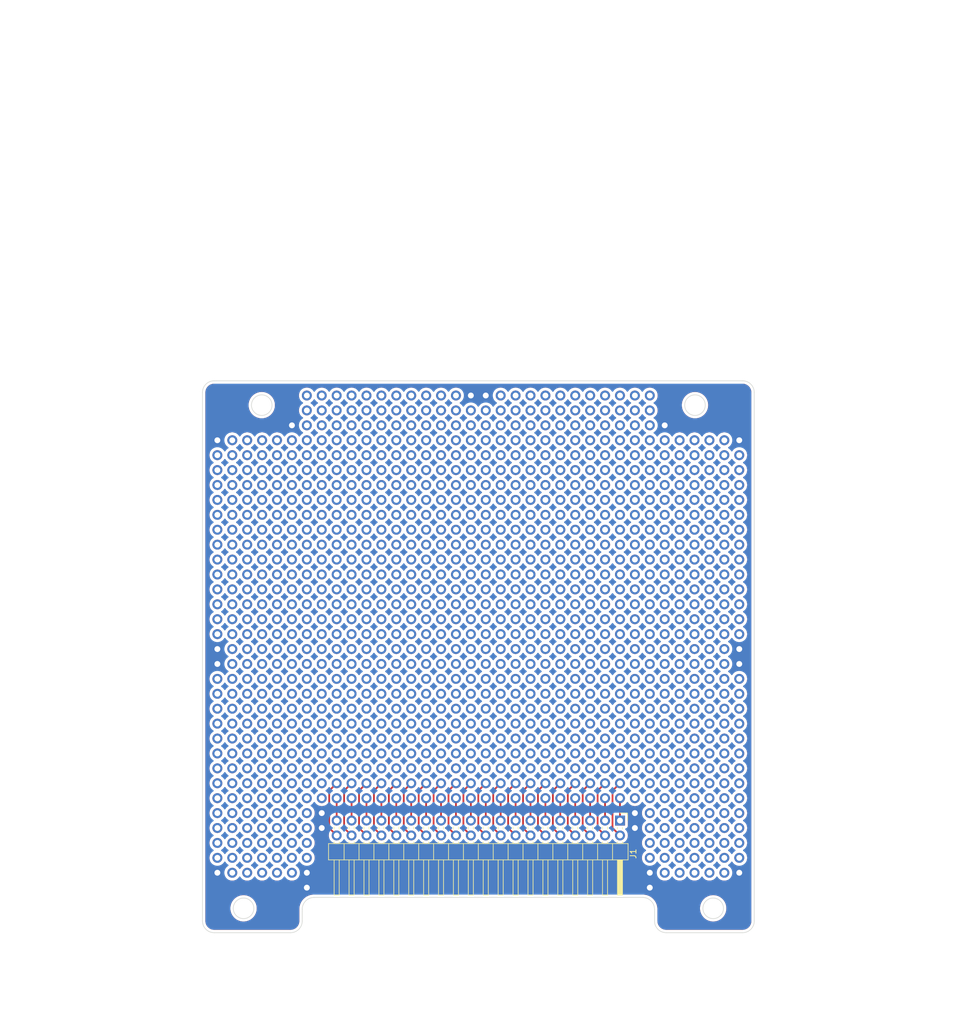
<source format=kicad_pcb>
(kicad_pcb (version 20241229) (generator "pcbnew") (generator_version "9.0")
  (layers (0 "F.Cu" signal) (2 "B.Cu" signal) (13 "F.Paste" user) (15 "B.Paste" user) (5 "F.SilkS" user "F.Silkscreen") (7 "B.SilkS" user "B.Silkscreen") (1 "F.Mask" user) (3 "B.Mask" user) (25 "Edge.Cuts" user))
  (net 0 "")
  (net 1 "unconnected-(J1-Pin_26-Pad26)")
  (net 2 "unconnected-(J1-Pin_18-Pad18)")
  (net 3 "unconnected-(J1-Pin_13-Pad13)")
  (net 4 "unconnected-(J1-Pin_14-Pad14)")
  (net 5 "unconnected-(J1-Pin_17-Pad17)")
  (net 6 "unconnected-(J1-Pin_38-Pad38)")
  (net 7 "unconnected-(J1-Pin_32-Pad32)")
  (net 8 "unconnected-(J1-Pin_33-Pad33)")
  (net 9 "unconnected-(J1-Pin_11-Pad11)")
  (net 10 "unconnected-(J1-Pin_1-Pad1)")
  (net 11 "unconnected-(J1-Pin_37-Pad37)")
  (net 12 "unconnected-(J1-Pin_6-Pad6)")
  (net 13 "unconnected-(J1-Pin_16-Pad16)")
  (net 14 "unconnected-(J1-Pin_28-Pad28)")
  (net 15 "unconnected-(J1-Pin_40-Pad40)")
  (net 16 "unconnected-(J1-Pin_31-Pad31)")
  (net 17 "unconnected-(J1-Pin_25-Pad25)")
  (net 18 "unconnected-(J1-Pin_20-Pad20)")
  (net 19 "unconnected-(J1-Pin_10-Pad10)")
  (net 20 "unconnected-(J1-Pin_12-Pad12)")
  (net 21 "unconnected-(J1-Pin_9-Pad9)")
  (net 22 "unconnected-(J1-Pin_35-Pad35)")
  (net 23 "unconnected-(J1-Pin_4-Pad4)")
  (net 24 "unconnected-(J1-Pin_36-Pad36)")
  (net 25 "unconnected-(J1-Pin_27-Pad27)")
  (net 26 "unconnected-(J1-Pin_5-Pad5)")
  (net 27 "unconnected-(J1-Pin_3-Pad3)")
  (net 28 "unconnected-(J1-Pin_8-Pad8)")
  (net 29 "unconnected-(J1-Pin_22-Pad22)")
  (net 30 "unconnected-(J1-Pin_21-Pad21)")
  (net 31 "unconnected-(J1-Pin_2-Pad2)")
  (net 32 "unconnected-(J1-Pin_23-Pad23)")
  (net 33 "unconnected-(J1-Pin_29-Pad29)")
  (net 34 "unconnected-(J1-Pin_34-Pad34)")
  (net 35 "unconnected-(J1-Pin_30-Pad30)")
  (net 36 "unconnected-(J1-Pin_15-Pad15)")
  (net 37 "unconnected-(J1-Pin_39-Pad39)")
  (net 38 "unconnected-(J1-Pin_7-Pad7)")
  (net 39 "unconnected-(J1-Pin_24-Pad24)")
  (net 40 "unconnected-(J1-Pin_19-Pad19)")
  (net 41 "gnd")
  (footprint "Connector_PinHeader_2.54mm:PinHeader_2x20_P2.54mm_Horizontal" (layer "F.Cu") (at 198.12 107.95 -90)
    (property "Reference" "J1")
    (property "Value" "Conn_02x20_Odd_Even")
  )
  (gr_arc (start 144 125.052) (mid 143.414214 126.466214) (end 142 127.052) (stroke (width 0.1)) (layer "Edge.Cuts"))
  (gr_arc (start 129 127.052) (mid 127.585786 126.466214) (end 127 125.052) (stroke (width 0.1)) (layer "Edge.Cuts"))
  (gr_arc (start 219 33.052) (mid 220.414214 33.637786) (end 221 35.052) (stroke (width 0.1)) (layer "Edge.Cuts"))
  (gr_line (start 144 123.052) (end 144 125.052) (stroke (width 0.1)) (layer "Edge.Cuts"))
  (gr_line (start 204 123.052) (end 204 125.052) (stroke (width 0.1)) (layer "Edge.Cuts"))
  (gr_arc (start 127 35.052) (mid 127.585786 33.637786) (end 129 33.052) (stroke (width 0.1)) (layer "Edge.Cuts"))
  (gr_circle (center 210.9 37.202) (end 212.65 37.202) (stroke (width 0.1)) (fill no) (layer "Edge.Cuts"))
  (gr_line (start 174 121.052) (end 202 121.052) (stroke (width 0.1)) (layer "Edge.Cuts"))
  (gr_line (start 206 127.052) (end 219 127.052) (stroke (width 0.1)) (layer "Edge.Cuts"))
  (gr_line (start 219 33.052) (end 129 33.052) (stroke (width 0.1)) (layer "Edge.Cuts"))
  (gr_circle (center 214 122.902) (end 215.75 122.902) (stroke (width 0.1)) (fill no) (layer "Edge.Cuts"))
  (gr_circle (center 137.1 37.202) (end 138.85 37.202) (stroke (width 0.1)) (fill no) (layer "Edge.Cuts"))
  (gr_line (start 174 121.052) (end 146 121.052) (stroke (width 0.1)) (layer "Edge.Cuts"))
  (gr_line (start 129 127.052) (end 142 127.052) (stroke (width 0.1)) (layer "Edge.Cuts"))
  (gr_line (start 127 35.052) (end 127 125.052) (stroke (width 0.1)) (layer "Edge.Cuts"))
  (gr_arc (start 206 127.052) (mid 204.585786 126.466214) (end 204 125.052) (stroke (width 0.1)) (layer "Edge.Cuts"))
  (gr_circle (center 134 122.902) (end 135.75 122.902) (stroke (width 0.1)) (fill no) (layer "Edge.Cuts"))
  (gr_arc (start 144 123.052) (mid 144.585786 121.637786) (end 146 121.052) (stroke (width 0.1)) (layer "Edge.Cuts"))
  (gr_arc (start 202 121.052) (mid 203.414214 121.637786) (end 204 123.052) (stroke (width 0.1)) (layer "Edge.Cuts"))
  (gr_arc (start 221 125.052) (mid 220.414214 126.466214) (end 219 127.052) (stroke (width 0.1)) (layer "Edge.Cuts"))
  (gr_line (start 221 125.052) (end 221 35.052) (stroke (width 0.1)) (layer "Edge.Cuts"))
  (via (at 210.82 53.34) (size 1.7) (drill 1) (layers "F.Cu" "B.Cu") (net 0))
  (via (at 187.96 96.52) (size 1.7) (drill 1) (layers "F.Cu" "B.Cu") (net 0))
  (via (at 198.12 45.72) (size 1.7) (drill 1) (layers "F.Cu" "B.Cu") (net 0))
  (via (at 132.08 73.66) (size 1.7) (drill 1) (layers "F.Cu" "B.Cu") (net 0))
  (via (at 208.28 60.96) (size 1.7) (drill 1) (layers "F.Cu" "B.Cu") (net 0))
  (via (at 162.56 40.64) (size 1.7) (drill 1) (layers "F.Cu" "B.Cu") (net 0))
  (via (at 134.62 88.9) (size 1.7) (drill 1) (layers "F.Cu" "B.Cu") (net 0))
  (via (at 142.24 68.58) (size 1.7) (drill 1) (layers "F.Cu" "B.Cu") (net 0))
  (via (at 210.82 93.98) (size 1.7) (drill 1) (layers "F.Cu" "B.Cu") (net 0))
  (via (at 195.58 55.88) (size 1.7) (drill 1) (layers "F.Cu" "B.Cu") (net 0))
  (via (at 152.4 50.8) (size 1.7) (drill 1) (layers "F.Cu" "B.Cu") (net 0))
  (via (at 154.94 88.9) (size 1.7) (drill 1) (layers "F.Cu" "B.Cu") (net 0))
  (via (at 172.72 40.64) (size 1.7) (drill 1) (layers "F.Cu" "B.Cu") (net 0))
  (via (at 193.04 53.34) (size 1.7) (drill 1) (layers "F.Cu" "B.Cu") (net 0))
  (via (at 205.74 71.12) (size 1.7) (drill 1) (layers "F.Cu" "B.Cu") (net 0))
  (via (at 205.74 83.82) (size 1.7) (drill 1) (layers "F.Cu" "B.Cu") (net 0))
  (via (at 193.04 96.52) (size 1.7) (drill 1) (layers "F.Cu" "B.Cu") (net 0))
  (via (at 154.94 93.98) (size 1.7) (drill 1) (layers "F.Cu" "B.Cu") (net 0))
  (via (at 205.74 106.68) (size 1.7) (drill 1) (layers "F.Cu" "B.Cu") (net 0))
  (via (at 144.78 99.06) (size 1.7) (drill 1) (layers "F.Cu" "B.Cu") (net 0))
  (via (at 170.18 78.74) (size 1.7) (drill 1) (layers "F.Cu" "B.Cu") (net 0))
  (via (at 200.66 76.2) (size 1.7) (drill 1) (layers "F.Cu" "B.Cu") (net 0))
  (via (at 154.94 60.96) (size 1.7) (drill 1) (layers "F.Cu" "B.Cu") (net 0))
  (via (at 162.56 78.74) (size 1.7) (drill 1) (layers "F.Cu" "B.Cu") (net 0))
  (via (at 193.04 93.98) (size 1.7) (drill 1) (layers "F.Cu" "B.Cu") (net 0))
  (via (at 218.44 106.68) (size 1.7) (drill 1) (layers "F.Cu" "B.Cu") (net 0))
  (via (at 160.02 45.72) (size 1.7) (drill 1) (layers "F.Cu" "B.Cu") (net 0))
  (via (at 218.44 111.76) (size 1.7) (drill 1) (layers "F.Cu" "B.Cu") (net 0))
  (via (at 215.9 66.04) (size 1.7) (drill 1) (layers "F.Cu" "B.Cu") (net 0))
  (via (at 162.56 45.72) (size 1.7) (drill 1) (layers "F.Cu" "B.Cu") (net 0))
  (via (at 182.88 60.96) (size 1.7) (drill 1) (layers "F.Cu" "B.Cu") (net 0))
  (via (at 137.16 73.66) (size 1.7) (drill 1) (layers "F.Cu" "B.Cu") (net 0))
  (via (at 210.82 101.6) (size 1.7) (drill 1) (layers "F.Cu" "B.Cu") (net 0))
  (via (at 180.34 83.82) (size 1.7) (drill 1) (layers "F.Cu" "B.Cu") (net 0))
  (via (at 210.82 48.26) (size 1.7) (drill 1) (layers "F.Cu" "B.Cu") (net 0))
  (via (at 200.66 60.96) (size 1.7) (drill 1) (layers "F.Cu" "B.Cu") (net 0))
  (via (at 137.16 48.26) (size 1.7) (drill 1) (layers "F.Cu" "B.Cu") (net 0))
  (via (at 132.08 50.8) (size 1.7) (drill 1) (layers "F.Cu" "B.Cu") (net 0))
  (via (at 144.78 93.98) (size 1.7) (drill 1) (layers "F.Cu" "B.Cu") (net 0))
  (via (at 187.96 99.06) (size 1.7) (drill 1) (layers "F.Cu" "B.Cu") (net 0))
  (via (at 213.36 96.52) (size 1.7) (drill 1) (layers "F.Cu" "B.Cu") (net 0))
  (via (at 185.42 78.74) (size 1.7) (drill 1) (layers "F.Cu" "B.Cu") (net 0))
  (via (at 193.04 48.26) (size 1.7) (drill 1) (layers "F.Cu" "B.Cu") (net 0))
  (via (at 195.58 48.26) (size 1.7) (drill 1) (layers "F.Cu" "B.Cu") (net 0))
  (via (at 210.82 50.8) (size 1.7) (drill 1) (layers "F.Cu" "B.Cu") (net 0))
  (via (at 137.16 91.44) (size 1.7) (drill 1) (layers "F.Cu" "B.Cu") (net 0))
  (via (at 154.94 71.12) (size 1.7) (drill 1) (layers "F.Cu" "B.Cu") (net 0))
  (via (at 154.94 83.82) (size 1.7) (drill 1) (layers "F.Cu" "B.Cu") (net 0))
  (via (at 154.94 63.5) (size 1.7) (drill 1) (layers "F.Cu" "B.Cu") (net 0))
  (via (at 142.24 50.8) (size 1.7) (drill 1) (layers "F.Cu" "B.Cu") (net 0))
  (via (at 152.4 60.96) (size 1.7) (drill 1) (layers "F.Cu" "B.Cu") (net 0))
  (via (at 152.4 68.58) (size 1.7) (drill 1) (layers "F.Cu" "B.Cu") (net 0))
  (via (at 170.18 50.8) (size 1.7) (drill 1) (layers "F.Cu" "B.Cu") (net 0))
  (via (at 182.88 38.1) (size 1.7) (drill 1) (layers "F.Cu" "B.Cu") (net 0))
  (via (at 142.24 86.36) (size 1.7) (drill 1) (layers "F.Cu" "B.Cu") (net 0))
  (via (at 198.12 81.28) (size 1.7) (drill 1) (layers "F.Cu" "B.Cu") (net 0))
  (via (at 205.74 86.36) (size 1.7) (drill 1) (layers "F.Cu" "B.Cu") (net 0))
  (via (at 180.34 40.64) (size 1.7) (drill 1) (layers "F.Cu" "B.Cu") (net 0))
  (via (at 218.44 91.44) (size 1.7) (drill 1) (layers "F.Cu" "B.Cu") (net 0))
  (via (at 167.64 76.2) (size 1.7) (drill 1) (layers "F.Cu" "B.Cu") (net 0))
  (via (at 134.62 86.36) (size 1.7) (drill 1) (layers "F.Cu" "B.Cu") (net 0))
  (via (at 175.26 45.72) (size 1.7) (drill 1) (layers "F.Cu" "B.Cu") (net 0))
  (via (at 210.82 45.72) (size 1.7) (drill 1) (layers "F.Cu" "B.Cu") (net 0))
  (via (at 195.58 88.9) (size 1.7) (drill 1) (layers "F.Cu" "B.Cu") (net 0))
  (via (at 215.9 99.06) (size 1.7) (drill 1) (layers "F.Cu" "B.Cu") (net 0))
  (via (at 170.18 53.34) (size 1.7) (drill 1) (layers "F.Cu" "B.Cu") (net 0))
  (via (at 139.7 48.26) (size 1.7) (drill 1) (layers "F.Cu" "B.Cu") (net 0))
  (via (at 152.4 88.9) (size 1.7) (drill 1) (layers "F.Cu" "B.Cu") (net 0))
  (via (at 134.62 83.82) (size 1.7) (drill 1) (layers "F.Cu" "B.Cu") (net 0))
  (via (at 177.8 68.58) (size 1.7) (drill 1) (layers "F.Cu" "B.Cu") (net 0))
  (via (at 162.56 63.5) (size 1.7) (drill 1) (layers "F.Cu" "B.Cu") (net 0))
  (via (at 213.36 114.3) (size 1.7) (drill 1) (layers "F.Cu" "B.Cu") (net 0))
  (via (at 208.28 78.74) (size 1.7) (drill 1) (layers "F.Cu" "B.Cu") (net 0))
  (via (at 129.54 104.14) (size 1.7) (drill 1) (layers "F.Cu" "B.Cu") (net 0))
  (via (at 203.2 66.04) (size 1.7) (drill 1) (layers "F.Cu" "B.Cu") (net 0))
  (via (at 172.72 93.98) (size 1.7) (drill 1) (layers "F.Cu" "B.Cu") (net 0))
  (via (at 218.44 86.36) (size 1.7) (drill 1) (layers "F.Cu" "B.Cu") (net 0))
  (via (at 165.1 45.72) (size 1.7) (drill 1) (layers "F.Cu" "B.Cu") (net 0))
  (via (at 177.8 48.26) (size 1.7) (drill 1) (layers "F.Cu" "B.Cu") (net 0))
  (via (at 167.64 60.96) (size 1.7) (drill 1) (layers "F.Cu" "B.Cu") (net 0))
  (via (at 157.48 93.98) (size 1.7) (drill 1) (layers "F.Cu" "B.Cu") (net 0))
  (via (at 218.44 55.88) (size 1.7) (drill 1) (layers "F.Cu" "B.Cu") (net 0))
  (via (at 139.7 71.12) (size 1.7) (drill 1) (layers "F.Cu" "B.Cu") (net 0))
  (via (at 162.56 88.9) (size 1.7) (drill 1) (layers "F.Cu" "B.Cu") (net 0))
  (via (at 172.72 86.36) (size 1.7) (drill 1) (layers "F.Cu" "B.Cu") (net 0))
  (via (at 180.34 53.34) (size 1.7) (drill 1) (layers "F.Cu" "B.Cu") (net 0))
  (via (at 198.12 99.06) (size 1.7) (drill 1) (layers "F.Cu" "B.Cu") (net 0))
  (via (at 154.94 86.36) (size 1.7) (drill 1) (layers "F.Cu" "B.Cu") (net 0))
  (via (at 165.1 88.9) (size 1.7) (drill 1) (layers "F.Cu" "B.Cu") (net 0))
  (via (at 210.82 66.04) (size 1.7) (drill 1) (layers "F.Cu" "B.Cu") (net 0))
  (via (at 198.12 71.12) (size 1.7) (drill 1) (layers "F.Cu" "B.Cu") (net 0))
  (via (at 137.16 116.84) (size 1.7) (drill 1) (layers "F.Cu" "B.Cu") (net 0))
  (via (at 172.72 83.82) (size 1.7) (drill 1) (layers "F.Cu" "B.Cu") (net 0))
  (via (at 144.78 55.88) (size 1.7) (drill 1) (layers "F.Cu" "B.Cu") (net 0))
  (via (at 160.02 86.36) (size 1.7) (drill 1) (layers "F.Cu" "B.Cu") (net 0))
  (via (at 154.94 96.52) (size 1.7) (drill 1) (layers "F.Cu" "B.Cu") (net 0))
  (via (at 200.66 101.6) (size 1.7) (drill 1) (layers "F.Cu" "B.Cu") (net 0))
  (via (at 142.24 48.26) (size 1.7) (drill 1) (layers "F.Cu" "B.Cu") (net 0))
  (via (at 147.32 73.66) (size 1.7) (drill 1) (layers "F.Cu" "B.Cu") (net 0))
  (via (at 132.08 78.74) (size 1.7) (drill 1) (layers "F.Cu" "B.Cu") (net 0))
  (via (at 139.7 93.98) (size 1.7) (drill 1) (layers "F.Cu" "B.Cu") (net 0))
  (via (at 218.44 71.12) (size 1.7) (drill 1) (layers "F.Cu" "B.Cu") (net 0))
  (via (at 162.56 48.26) (size 1.7) (drill 1) (layers "F.Cu" "B.Cu") (net 0))
  (via (at 137.16 83.82) (size 1.7) (drill 1) (layers "F.Cu" "B.Cu") (net 0))
  (via (at 190.5 96.52) (size 1.7) (drill 1) (layers "F.Cu" "B.Cu") (net 0))
  (via (at 170.18 43.18) (size 1.7) (drill 1) (layers "F.Cu" "B.Cu") (net 0))
  (via (at 137.16 101.6) (size 1.7) (drill 1) (layers "F.Cu" "B.Cu") (net 0))
  (via (at 215.9 104.14) (size 1.7) (drill 1) (layers "F.Cu" "B.Cu") (net 0))
  (via (at 180.34 93.98) (size 1.7) (drill 1) (layers "F.Cu" "B.Cu") (net 0))
  (via (at 132.08 81.28) (size 1.7) (drill 1) (layers "F.Cu" "B.Cu") (net 0))
  (via (at 195.58 76.2) (size 1.7) (drill 1) (layers "F.Cu" "B.Cu") (net 0))
  (via (at 193.04 55.88) (size 1.7) (drill 1) (layers "F.Cu" "B.Cu") (net 0))
  (via (at 200.66 53.34) (size 1.7) (drill 1) (layers "F.Cu" "B.Cu") (net 0))
  (via (at 144.78 109.22) (size 1.7) (drill 1) (layers "F.Cu" "B.Cu") (net 0))
  (via (at 195.58 35.56) (size 1.7) (drill 1) (layers "F.Cu" "B.Cu") (net 0))
  (via (at 167.64 81.28) (size 1.7) (drill 1) (layers "F.Cu" "B.Cu") (net 0))
  (via (at 175.26 66.04) (size 1.7) (drill 1) (layers "F.Cu" "B.Cu") (net 0))
  (via (at 195.58 43.18) (size 1.7) (drill 1) (layers "F.Cu" "B.Cu") (net 0))
  (via (at 157.48 53.34) (size 1.7) (drill 1) (layers "F.Cu" "B.Cu") (net 0))
  (via (at 185.42 43.18) (size 1.7) (drill 1) (layers "F.Cu" "B.Cu") (net 0))
  (via (at 170.18 55.88) (size 1.7) (drill 1) (layers "F.Cu" "B.Cu") (net 0))
  (via (at 165.1 91.44) (size 1.7) (drill 1) (layers "F.Cu" "B.Cu") (net 0))
  (via (at 208.28 96.52) (size 1.7) (drill 1) (layers "F.Cu" "B.Cu") (net 0))
  (via (at 218.44 83.82) (size 1.7) (drill 1) (layers "F.Cu" "B.Cu") (net 0))
  (via (at 152.4 73.66) (size 1.7) (drill 1) (layers "F.Cu" "B.Cu") (net 0))
  (via (at 149.86 66.04) (size 1.7) (drill 1) (layers "F.Cu" "B.Cu") (net 0))
  (via (at 132.08 93.98) (size 1.7) (drill 1) (layers "F.Cu" "B.Cu") (net 0))
  (via (at 144.78 38.1) (size 1.7) (drill 1) (layers "F.Cu" "B.Cu") (net 0))
  (via (at 167.64 71.12) (size 1.7) (drill 1) (layers "F.Cu" "B.Cu") (net 0))
  (via (at 160.02 50.8) (size 1.7) (drill 1) (layers "F.Cu" "B.Cu") (net 0))
  (via (at 172.72 81.28) (size 1.7) (drill 1) (layers "F.Cu" "B.Cu") (net 0))
  (via (at 165.1 83.82) (size 1.7) (drill 1) (layers "F.Cu" "B.Cu") (net 0))
  (via (at 210.82 73.66) (size 1.7) (drill 1) (layers "F.Cu" "B.Cu") (net 0))
  (via (at 182.88 71.12) (size 1.7) (drill 1) (layers "F.Cu" "B.Cu") (net 0))
  (via (at 147.32 96.52) (size 1.7) (drill 1) (layers "F.Cu" "B.Cu") (net 0))
  (via (at 208.28 43.18) (size 1.7) (drill 1) (layers "F.Cu" "B.Cu") (net 0))
  (via (at 147.32 81.28) (size 1.7) (drill 1) (layers "F.Cu" "B.Cu") (net 0))
  (via (at 193.04 73.66) (size 1.7) (drill 1) (layers "F.Cu" "B.Cu") (net 0))
  (via (at 167.64 40.64) (size 1.7) (drill 1) (layers "F.Cu" "B.Cu") (net 0))
  (via (at 167.64 50.8) (size 1.7) (drill 1) (layers "F.Cu" "B.Cu") (net 0))
  (via (at 170.18 45.72) (size 1.7) (drill 1) (layers "F.Cu" "B.Cu") (net 0))
  (via (at 187.96 76.2) (size 1.7) (drill 1) (layers "F.Cu" "B.Cu") (net 0))
  (via (at 213.36 58.42) (size 1.7) (drill 1) (layers "F.Cu" "B.Cu") (net 0))
  (via (at 185.42 55.88) (size 1.7) (drill 1) (layers "F.Cu" "B.Cu") (net 0))
  (via (at 160.02 63.5) (size 1.7) (drill 1) (layers "F.Cu" "B.Cu") (net 0))
  (via (at 175.26 53.34) (size 1.7) (drill 1) (layers "F.Cu" "B.Cu") (net 0))
  (via (at 215.9 76.2) (size 1.7) (drill 1) (layers "F.Cu" "B.Cu") (net 0))
  (via (at 149.86 38.1) (size 1.7) (drill 1) (layers "F.Cu" "B.Cu") (net 0))
  (via (at 177.8 88.9) (size 1.7) (drill 1) (layers "F.Cu" "B.Cu") (net 0))
  (via (at 193.04 88.9) (size 1.7) (drill 1) (layers "F.Cu" "B.Cu") (net 0))
  (via (at 182.88 73.66) (size 1.7) (drill 1) (layers "F.Cu" "B.Cu") (net 0))
  (via (at 147.32 35.56) (size 1.7) (drill 1) (layers "F.Cu" "B.Cu") (net 0))
  (via (at 205.74 88.9) (size 1.7) (drill 1) (layers "F.Cu" "B.Cu") (net 0))
  (via (at 195.58 86.36) (size 1.7) (drill 1) (layers "F.Cu" "B.Cu") (net 0))
  (via (at 205.74 48.26) (size 1.7) (drill 1) (layers "F.Cu" "B.Cu") (net 0))
  (via (at 187.96 43.18) (size 1.7) (drill 1) (layers "F.Cu" "B.Cu") (net 0))
  (via (at 205.74 114.3) (size 1.7) (drill 1) (layers "F.Cu" "B.Cu") (net 0))
  (via (at 195.58 38.1) (size 1.7) (drill 1) (layers "F.Cu" "B.Cu") (net 0))
  (via (at 185.42 60.96) (size 1.7) (drill 1) (layers "F.Cu" "B.Cu") (net 0))
  (via (at 177.8 91.44) (size 1.7) (drill 1) (layers "F.Cu" "B.Cu") (net 0))
  (via (at 160.02 43.18) (size 1.7) (drill 1) (layers "F.Cu" "B.Cu") (net 0))
  (via (at 162.56 93.98) (size 1.7) (drill 1) (layers "F.Cu" "B.Cu") (net 0))
  (via (at 213.36 81.28) (size 1.7) (drill 1) (layers "F.Cu" "B.Cu") (net 0))
  (via (at 170.18 71.12) (size 1.7) (drill 1) (layers "F.Cu" "B.Cu") (net 0))
  (via (at 152.4 53.34) (size 1.7) (drill 1) (layers "F.Cu" "B.Cu") (net 0))
  (via (at 195.58 60.96) (size 1.7) (drill 1) (layers "F.Cu" "B.Cu") (net 0))
  (via (at 203.2 78.74) (size 1.7) (drill 1) (layers "F.Cu" "B.Cu") (net 0))
  (via (at 144.78 76.2) (size 1.7) (drill 1) (layers "F.Cu" "B.Cu") (net 0))
  (via (at 154.94 81.28) (size 1.7) (drill 1) (layers "F.Cu" "B.Cu") (net 0))
  (via (at 167.64 55.88) (size 1.7) (drill 1) (layers "F.Cu" "B.Cu") (net 0))
  (via (at 198.12 63.5) (size 1.7) (drill 1) (layers "F.Cu" "B.Cu") (net 0))
  (via (at 142.24 53.34) (size 1.7) (drill 1) (layers "F.Cu" "B.Cu") (net 0))
  (via (at 205.74 53.34) (size 1.7) (drill 1) (layers "F.Cu" "B.Cu") (net 0))
  (via (at 187.96 78.74) (size 1.7) (drill 1) (layers "F.Cu" "B.Cu") (net 0))
  (via (at 154.94 50.8) (size 1.7) (drill 1) (layers "F.Cu" "B.Cu") (net 0))
  (via (at 210.82 68.58) (size 1.7) (drill 1) (layers "F.Cu" "B.Cu") (net 0))
  (via (at 134.62 111.76) (size 1.7) (drill 1) (layers "F.Cu" "B.Cu") (net 0))
  (via (at 152.4 66.04) (size 1.7) (drill 1) (layers "F.Cu" "B.Cu") (net 0))
  (via (at 182.88 43.18) (size 1.7) (drill 1) (layers "F.Cu" "B.Cu") (net 0))
  (via (at 203.2 40.64) (size 1.7) (drill 1) (layers "F.Cu" "B.Cu") (net 0))
  (via (at 139.7 53.34) (size 1.7) (drill 1) (layers "F.Cu" "B.Cu") (net 0))
  (via (at 165.1 66.04) (size 1.7) (drill 1) (layers "F.Cu" "B.Cu") (net 0))
  (via (at 182.88 83.82) (size 1.7) (drill 1) (layers "F.Cu" "B.Cu") (net 0))
  (via (at 180.34 88.9) (size 1.7) (drill 1) (layers "F.Cu" "B.Cu") (net 0))
  (via (at 137.16 106.68) (size 1.7) (drill 1) (layers "F.Cu" "B.Cu") (net 0))
  (via (at 177.8 55.88) (size 1.7) (drill 1) (layers "F.Cu" "B.Cu") (net 0))
  (via (at 182.88 93.98) (size 1.7) (drill 1) (layers "F.Cu" "B.Cu") (net 0))
  (via (at 147.32 76.2) (size 1.7) (drill 1) (layers "F.Cu" "B.Cu") (net 0))
  (via (at 205.74 73.66) (size 1.7) (drill 1) (layers "F.Cu" "B.Cu") (net 0))
  (via (at 149.86 93.98) (size 1.7) (drill 1) (layers "F.Cu" "B.Cu") (net 0))
  (via (at 213.36 99.06) (size 1.7) (drill 1) (layers "F.Cu" "B.Cu") (net 0))
  (via (at 170.18 76.2) (size 1.7) (drill 1) (layers "F.Cu" "B.Cu") (net 0))
  (via (at 147.32 78.74) (size 1.7) (drill 1) (layers "F.Cu" "B.Cu") (net 0))
  (via (at 157.48 55.88) (size 1.7) (drill 1) (layers "F.Cu" "B.Cu") (net 0))
  (via (at 215.9 48.26) (size 1.7) (drill 1) (layers "F.Cu" "B.Cu") (net 0))
  (via (at 210.82 43.18) (size 1.7) (drill 1) (layers "F.Cu" "B.Cu") (net 0))
  (via (at 134.62 68.58) (size 1.7) (drill 1) (layers "F.Cu" "B.Cu") (net 0))
  (via (at 144.78 96.52) (size 1.7) (drill 1) (layers "F.Cu" "B.Cu") (net 0))
  (via (at 203.2 111.76) (size 1.7) (drill 1) (layers "F.Cu" "B.Cu") (net 0))
  (via (at 162.56 60.96) (size 1.7) (drill 1) (layers "F.Cu" "B.Cu") (net 0))
  (via (at 213.36 88.9) (size 1.7) (drill 1) (layers "F.Cu" "B.Cu") (net 0))
  (via (at 185.42 35.56) (size 1.7) (drill 1) (layers "F.Cu" "B.Cu") (net 0))
  (via (at 200.66 96.52) (size 1.7) (drill 1) (layers "F.Cu" "B.Cu") (net 0))
  (via (at 144.78 114.3) (size 1.7) (drill 1) (layers "F.Cu" "B.Cu") (net 0))
  (via (at 190.5 88.9) (size 1.7) (drill 1) (layers "F.Cu" "B.Cu") (net 0))
  (via (at 215.9 58.42) (size 1.7) (drill 1) (layers "F.Cu" "B.Cu") (net 0))
  (via (at 177.8 81.28) (size 1.7) (drill 1) (layers "F.Cu" "B.Cu") (net 0))
  (via (at 144.78 48.26) (size 1.7) (drill 1) (layers "F.Cu" "B.Cu") (net 0))
  (via (at 180.34 78.74) (size 1.7) (drill 1) (layers "F.Cu" "B.Cu") (net 0))
  (via (at 139.7 86.36) (size 1.7) (drill 1) (layers "F.Cu" "B.Cu") (net 0))
  (via (at 218.44 53.34) (size 1.7) (drill 1) (layers "F.Cu" "B.Cu") (net 0))
  (via (at 160.02 99.06) (size 1.7) (drill 1) (layers "F.Cu" "B.Cu") (net 0))
  (via (at 157.48 48.26) (size 1.7) (drill 1) (layers "F.Cu" "B.Cu") (net 0))
  (via (at 132.08 88.9) (size 1.7) (drill 1) (layers "F.Cu" "B.Cu") (net 0))
  (via (at 154.94 58.42) (size 1.7) (drill 1) (layers "F.Cu" "B.Cu") (net 0))
  (via (at 195.58 68.58) (size 1.7) (drill 1) (layers "F.Cu" "B.Cu") (net 0))
  (via (at 160.02 38.1) (size 1.7) (drill 1) (layers "F.Cu" "B.Cu") (net 0))
  (via (at 213.36 86.36) (size 1.7) (drill 1) (layers "F.Cu" "B.Cu") (net 0))
  (via (at 200.66 50.8) (size 1.7) (drill 1) (layers "F.Cu" "B.Cu") (net 0))
  (via (at 149.86 40.64) (size 1.7) (drill 1) (layers "F.Cu" "B.Cu") (net 0))
  (via (at 144.78 86.36) (size 1.7) (drill 1) (layers "F.Cu" "B.Cu") (net 0))
  (via (at 139.7 106.68) (size 1.7) (drill 1) (layers "F.Cu" "B.Cu") (net 0))
  (via (at 177.8 78.74) (size 1.7) (drill 1) (layers "F.Cu" "B.Cu") (net 0))
  (via (at 129.54 114.3) (size 1.7) (drill 1) (layers "F.Cu" "B.Cu") (net 0))
  (via (at 218.44 45.72) (size 1.7) (drill 1) (layers "F.Cu" "B.Cu") (net 0))
  (via (at 152.4 71.12) (size 1.7) (drill 1) (layers "F.Cu" "B.Cu") (net 0))
  (via (at 142.24 101.6) (size 1.7) (drill 1) (layers "F.Cu" "B.Cu") (net 0))
  (via (at 182.88 76.2) (size 1.7) (drill 1) (layers "F.Cu" "B.Cu") (net 0))
  (via (at 152.4 35.56) (size 1.7) (drill 1) (layers "F.Cu" "B.Cu") (net 0))
  (via (at 187.96 40.64) (size 1.7) (drill 1) (layers "F.Cu" "B.Cu") (net 0))
  (via (at 203.2 68.58) (size 1.7) (drill 1) (layers "F.Cu" "B.Cu") (net 0))
  (via (at 198.12 96.52) (size 1.7) (drill 1) (layers "F.Cu" "B.Cu") (net 0))
  (via (at 167.64 91.44) (size 1.7) (drill 1) (layers "F.Cu" "B.Cu") (net 0))
  (via (at 210.82 81.28) (size 1.7) (drill 1) (layers "F.Cu" "B.Cu") (net 0))
  (via (at 185.42 48.26) (size 1.7) (drill 1) (layers "F.Cu" "B.Cu") (net 0))
  (via (at 172.72 60.96) (size 1.7) (drill 1) (layers "F.Cu" "B.Cu") (net 0))
  (via (at 213.36 104.14) (size 1.7) (drill 1) (layers "F.Cu" "B.Cu") (net 0))
  (via (at 152.4 83.82) (size 1.7) (drill 1) (layers "F.Cu" "B.Cu") (net 0))
  (via (at 182.88 48.26) (size 1.7) (drill 1) (layers "F.Cu" "B.Cu") (net 0))
  (via (at 195.58 53.34) (size 1.7) (drill 1) (layers "F.Cu" "B.Cu") (net 0))
  (via (at 157.48 38.1) (size 1.7) (drill 1) (layers "F.Cu" "B.Cu") (net 0))
  (via (at 190.5 63.5) (size 1.7) (drill 1) (layers "F.Cu" "B.Cu") (net 0))
  (via (at 193.04 91.44) (size 1.7) (drill 1) (layers "F.Cu" "B.Cu") (net 0))
  (via (at 157.48 76.2) (size 1.7) (drill 1) (layers "F.Cu" "B.Cu") (net 0))
  (via (at 210.82 104.14) (size 1.7) (drill 1) (layers "F.Cu" "B.Cu") (net 0))
  (via (at 175.26 81.28) (size 1.7) (drill 1) (layers "F.Cu" "B.Cu") (net 0))
  (via (at 190.5 60.96) (size 1.7) (drill 1) (layers "F.Cu" "B.Cu") (net 0))
  (via (at 190.5 43.18) (size 1.7) (drill 1) (layers "F.Cu" "B.Cu") (net 0))
  (via (at 175.26 48.26) (size 1.7) (drill 1) (layers "F.Cu" "B.Cu") (net 0))
  (via (at 147.32 50.8) (size 1.7) (drill 1) (layers "F.Cu" "B.Cu") (net 0))
  (via (at 200.66 71.12) (size 1.7) (drill 1) (layers "F.Cu" "B.Cu") (net 0))
  (via (at 165.1 93.98) (size 1.7) (drill 1) (layers "F.Cu" "B.Cu") (net 0))
  (via (at 170.18 48.26) (size 1.7) (drill 1) (layers "F.Cu" "B.Cu") (net 0))
  (via (at 144.78 50.8) (size 1.7) (drill 1) (layers "F.Cu" "B.Cu") (net 0))
  (via (at 139.7 96.52) (size 1.7) (drill 1) (layers "F.Cu" "B.Cu") (net 0))
  (via (at 139.7 116.84) (size 1.7) (drill 1) (layers "F.Cu" "B.Cu") (net 0))
  (via (at 129.54 58.42) (size 1.7) (drill 1) (layers "F.Cu" "B.Cu") (net 0))
  (via (at 142.24 71.12) (size 1.7) (drill 1) (layers "F.Cu" "B.Cu") (net 0))
  (via (at 208.28 68.58) (size 1.7) (drill 1) (layers "F.Cu" "B.Cu") (net 0))
  (via (at 167.64 73.66) (size 1.7) (drill 1) (layers "F.Cu" "B.Cu") (net 0))
  (via (at 185.42 58.42) (size 1.7) (drill 1) (layers "F.Cu" "B.Cu") (net 0))
  (via (at 147.32 63.5) (size 1.7) (drill 1) (layers "F.Cu" "B.Cu") (net 0))
  (via (at 193.04 68.58) (size 1.7) (drill 1) (layers "F.Cu" "B.Cu") (net 0))
  (via (at 175.26 71.12) (size 1.7) (drill 1) (layers "F.Cu" "B.Cu") (net 0))
  (via (at 205.74 96.52) (size 1.7) (drill 1) (layers "F.Cu" "B.Cu") (net 0))
  (via (at 215.9 45.72) (size 1.7) (drill 1) (layers "F.Cu" "B.Cu") (net 0))
  (via (at 132.08 116.84) (size 1.7) (drill 1) (layers "F.Cu" "B.Cu") (net 0))
  (via (at 139.7 111.76) (size 1.7) (drill 1) (layers "F.Cu" "B.Cu") (net 0))
  (via (at 160.02 40.64) (size 1.7) (drill 1) (layers "F.Cu" "B.Cu") (net 0))
  (via (at 198.12 83.82) (size 1.7) (drill 1) (layers "F.Cu" "B.Cu") (net 0))
  (via (at 203.2 53.34) (size 1.7) (drill 1) (layers "F.Cu" "B.Cu") (net 0))
  (via (at 177.8 66.04) (size 1.7) (drill 1) (layers "F.Cu" "B.Cu") (net 0))
  (via (at 157.48 91.44) (size 1.7) (drill 1) (layers "F.Cu" "B.Cu") (net 0))
  (via (at 129.54 111.76) (size 1.7) (drill 1) (layers "F.Cu" "B.Cu") (net 0))
  (via (at 134.62 50.8) (size 1.7) (drill 1) (layers "F.Cu" "B.Cu") (net 0))
  (via (at 175.26 83.82) (size 1.7) (drill 1) (layers "F.Cu" "B.Cu") (net 0))
  (via (at 160.02 53.34) (size 1.7) (drill 1) (layers "F.Cu" "B.Cu") (net 0))
  (via (at 149.86 50.8) (size 1.7) (drill 1) (layers "F.Cu" "B.Cu") (net 0))
  (via (at 144.78 58.42) (size 1.7) (drill 1) (layers "F.Cu" "B.Cu") (net 0))
  (via (at 162.56 73.66) (size 1.7) (drill 1) (layers "F.Cu" "B.Cu") (net 0))
  (via (at 132.08 83.82) (size 1.7) (drill 1) (layers "F.Cu" "B.Cu") (net 0))
  (via (at 160.02 83.82) (size 1.7) (drill 1) (layers "F.Cu" "B.Cu") (net 0))
  (via (at 147.32 86.36) (size 1.7) (drill 1) (layers "F.Cu" "B.Cu") (net 0))
  (via (at 149.86 68.58) (size 1.7) (drill 1) (layers "F.Cu" "B.Cu") (net 0))
  (via (at 175.26 76.2) (size 1.7) (drill 1) (layers "F.Cu" "B.Cu") (net 0))
  (via (at 203.2 73.66) (size 1.7) (drill 1) (layers "F.Cu" "B.Cu") (net 0))
  (via (at 208.28 114.3) (size 1.7) (drill 1) (layers "F.Cu" "B.Cu") (net 0))
  (via (at 175.26 88.9) (size 1.7) (drill 1) (layers "F.Cu" "B.Cu") (net 0))
  (via (at 132.08 43.18) (size 1.7) (drill 1) (layers "F.Cu" "B.Cu") (net 0))
  (via (at 198.12 53.34) (size 1.7) (drill 1) (layers "F.Cu" "B.Cu") (net 0))
  (via (at 170.18 68.58) (size 1.7) (drill 1) (layers "F.Cu" "B.Cu") (net 0))
  (via (at 132.08 66.04) (size 1.7) (drill 1) (layers "F.Cu" "B.Cu") (net 0))
  (via (at 213.36 71.12) (size 1.7) (drill 1) (layers "F.Cu" "B.Cu") (net 0))
  (via (at 182.88 66.04) (size 1.7) (drill 1) (layers "F.Cu" "B.Cu") (net 0))
  (via (at 190.5 35.56) (size 1.7) (drill 1) (layers "F.Cu" "B.Cu") (net 0))
  (via (at 160.02 58.42) (size 1.7) (drill 1) (layers "F.Cu" "B.Cu") (net 0))
  (via (at 129.54 109.22) (size 1.7) (drill 1) (layers "F.Cu" "B.Cu") (net 0))
  (via (at 165.1 38.1) (size 1.7) (drill 1) (layers "F.Cu" "B.Cu") (net 0))
  (via (at 177.8 73.66) (size 1.7) (drill 1) (layers "F.Cu" "B.Cu") (net 0))
  (via (at 198.12 93.98) (size 1.7) (drill 1) (layers "F.Cu" "B.Cu") (net 0))
  (via (at 180.34 63.5) (size 1.7) (drill 1) (layers "F.Cu" "B.Cu") (net 0))
  (via (at 165.1 48.26) (size 1.7) (drill 1) (layers "F.Cu" "B.Cu") (net 0))
  (via (at 208.28 58.42) (size 1.7) (drill 1) (layers "F.Cu" "B.Cu") (net 0))
  (via (at 198.12 43.18) (size 1.7) (drill 1) (layers "F.Cu" "B.Cu") (net 0))
  (via (at 144.78 73.66) (size 1.7) (drill 1) (layers "F.Cu" "B.Cu") (net 0))
  (via (at 200.66 63.5) (size 1.7) (drill 1) (layers "F.Cu" "B.Cu") (net 0))
  (via (at 210.82 109.22) (size 1.7) (drill 1) (layers "F.Cu" "B.Cu") (net 0))
  (via (at 175.26 55.88) (size 1.7) (drill 1) (layers "F.Cu" "B.Cu") (net 0))
  (via (at 213.36 78.74) (size 1.7) (drill 1) (layers "F.Cu" "B.Cu") (net 0))
  (via (at 144.78 78.74) (size 1.7) (drill 1) (layers "F.Cu" "B.Cu") (net 0))
  (via (at 190.5 68.58) (size 1.7) (drill 1) (layers "F.Cu" "B.Cu") (net 0))
  (via (at 218.44 99.06) (size 1.7) (drill 1) (layers "F.Cu" "B.Cu") (net 0))
  (via (at 205.74 76.2) (size 1.7) (drill 1) (layers "F.Cu" "B.Cu") (net 0))
  (via (at 190.5 91.44) (size 1.7) (drill 1) (layers "F.Cu" "B.Cu") (net 0))
  (via (at 210.82 91.44) (size 1.7) (drill 1) (layers "F.Cu" "B.Cu") (net 0))
  (via (at 154.94 76.2) (size 1.7) (drill 1) (layers "F.Cu" "B.Cu") (net 0))
  (via (at 218.44 114.3) (size 1.7) (drill 1) (layers "F.Cu" "B.Cu") (net 0))
  (via (at 175.26 60.96) (size 1.7) (drill 1) (layers "F.Cu" "B.Cu") (net 0))
  (via (at 190.5 83.82) (size 1.7) (drill 1) (layers "F.Cu" "B.Cu") (net 0))
  (via (at 198.12 68.58) (size 1.7) (drill 1) (layers "F.Cu" "B.Cu") (net 0))
  (via (at 187.96 45.72) (size 1.7) (drill 1) (layers "F.Cu" "B.Cu") (net 0))
  (via (at 129.54 55.88) (size 1.7) (drill 1) (layers "F.Cu" "B.Cu") (net 0))
  (via (at 154.94 78.74) (size 1.7) (drill 1) (layers "F.Cu" "B.Cu") (net 0))
  (via (at 139.7 99.06) (size 1.7) (drill 1) (layers "F.Cu" "B.Cu") (net 0))
  (via (at 132.08 60.96) (size 1.7) (drill 1) (layers "F.Cu" "B.Cu") (net 0))
  (via (at 218.44 104.14) (size 1.7) (drill 1) (layers "F.Cu" "B.Cu") (net 0))
  (via (at 132.08 111.76) (size 1.7) (drill 1) (layers "F.Cu" "B.Cu") (net 0))
  (via (at 215.9 88.9) (size 1.7) (drill 1) (layers "F.Cu" "B.Cu") (net 0))
  (via (at 160.02 66.04) (size 1.7) (drill 1) (layers "F.Cu" "B.Cu") (net 0))
  (via (at 129.54 45.72) (size 1.7) (drill 1) (layers "F.Cu" "B.Cu") (net 0))
  (via (at 187.96 63.5) (size 1.7) (drill 1) (layers "F.Cu" "B.Cu") (net 0))
  (via (at 210.82 116.84) (size 1.7) (drill 1) (layers "F.Cu" "B.Cu") (net 0))
  (via (at 187.96 93.98) (size 1.7) (drill 1) (layers "F.Cu" "B.Cu") (net 0))
  (via (at 215.9 111.76) (size 1.7) (drill 1) (layers "F.Cu" "B.Cu") (net 0))
  (via (at 154.94 40.64) (size 1.7) (drill 1) (layers "F.Cu" "B.Cu") (net 0))
  (via (at 157.48 63.5) (size 1.7) (drill 1) (layers "F.Cu" "B.Cu") (net 0))
  (via (at 134.62 93.98) (size 1.7) (drill 1) (layers "F.Cu" "B.Cu") (net 0))
  (via (at 215.9 73.66) (size 1.7) (drill 1) (layers "F.Cu" "B.Cu") (net 0))
  (via (at 210.82 111.76) (size 1.7) (drill 1) (layers "F.Cu" "B.Cu") (net 0))
  (via (at 213.36 76.2) (size 1.7) (drill 1) (layers "F.Cu" "B.Cu") (net 0))
  (via (at 198.12 38.1) (size 1.7) (drill 1) (layers "F.Cu" "B.Cu") (net 0))
  (via (at 208.28 73.66) (size 1.7) (drill 1) (layers "F.Cu" "B.Cu") (net 0))
  (via (at 190.5 86.36) (size 1.7) (drill 1) (layers "F.Cu" "B.Cu") (net 0))
  (via (at 203.2 60.96) (size 1.7) (drill 1) (layers "F.Cu" "B.Cu") (net 0))
  (via (at 129.54 106.68) (size 1.7) (drill 1) (layers "F.Cu" "B.Cu") (net 0))
  (via (at 157.48 45.72) (size 1.7) (drill 1) (layers "F.Cu" "B.Cu") (net 0))
  (via (at 203.2 106.68) (size 1.7) (drill 1) (layers "F.Cu" "B.Cu") (net 0))
  (via (at 144.78 60.96) (size 1.7) (drill 1) (layers "F.Cu" "B.Cu") (net 0))
  (via (at 134.62 63.5) (size 1.7) (drill 1) (layers "F.Cu" "B.Cu") (net 0))
  (via (at 129.54 76.2) (size 1.7) (drill 1) (layers "F.Cu" "B.Cu") (net 0))
  (via (at 157.48 86.36) (size 1.7) (drill 1) (layers "F.Cu" "B.Cu") (net 0))
  (via (at 208.28 71.12) (size 1.7) (drill 1) (layers "F.Cu" "B.Cu") (net 0))
  (via (at 139.7 58.42) (size 1.7) (drill 1) (layers "F.Cu" "B.Cu") (net 0))
  (via (at 137.16 43.18) (size 1.7) (drill 1) (layers "F.Cu" "B.Cu") (net 0))
  (via (at 218.44 109.22) (size 1.7) (drill 1) (layers "F.Cu" "B.Cu") (net 0))
  (via (at 175.26 93.98) (size 1.7) (drill 1) (layers "F.Cu" "B.Cu") (net 0))
  (via (at 175.26 78.74) (size 1.7) (drill 1) (layers "F.Cu" "B.Cu") (net 0))
  (via (at 137.16 60.96) (size 1.7) (drill 1) (layers "F.Cu" "B.Cu") (net 0))
  (via (at 187.96 38.1) (size 1.7) (drill 1) (layers "F.Cu" "B.Cu") (net 0))
  (via (at 172.72 73.66) (size 1.7) (drill 1) (layers "F.Cu" "B.Cu") (net 0))
  (via (at 198.12 73.66) (size 1.7) (drill 1) (layers "F.Cu" "B.Cu") (net 0))
  (via (at 139.7 109.22) (size 1.7) (drill 1) (layers "F.Cu" "B.Cu") (net 0))
  (via (at 218.44 60.96) (size 1.7) (drill 1) (layers "F.Cu" "B.Cu") (net 0))
  (via (at 208.28 53.34) (size 1.7) (drill 1) (layers "F.Cu" "B.Cu") (net 0))
  (via (at 175.26 86.36) (size 1.7) (drill 1) (layers "F.Cu" "B.Cu") (net 0))
  (via (at 215.9 114.3) (size 1.7) (drill 1) (layers "F.Cu" "B.Cu") (net 0))
  (via (at 149.86 83.82) (size 1.7) (drill 1) (layers "F.Cu" "B.Cu") (net 0))
  (via (at 139.7 101.6) (size 1.7) (drill 1) (layers "F.Cu" "B.Cu") (net 0))
  (via (at 175.26 58.42) (size 1.7) (drill 1) (layers "F.Cu" "B.Cu") (net 0))
  (via (at 200.66 55.88) (size 1.7) (drill 1) (layers "F.Cu" "B.Cu") (net 0))
  (via (at 175.26 96.52) (size 1.7) (drill 1) (layers "F.Cu" "B.Cu") (net 0))
  (via (at 193.04 63.5) (size 1.7) (drill 1) (layers "F.Cu" "B.Cu") (net 0))
  (via (at 149.86 48.26) (size 1.7) (drill 1) (layers "F.Cu" "B.Cu") (net 0))
  (via (at 129.54 91.44) (size 1.7) (drill 1) (layers "F.Cu" "B.Cu") (net 0))
  (via (at 139.7 43.18) (size 1.7) (drill 1) (layers "F.Cu" "B.Cu") (net 0))
  (via (at 210.82 106.68) (size 1.7) (drill 1) (layers "F.Cu" "B.Cu") (net 0))
  (via (at 129.54 88.9) (size 1.7) (drill 1) (layers "F.Cu" "B.Cu") (net 0))
  (via (at 198.12 58.42) (size 1.7) (drill 1) (layers "F.Cu" "B.Cu") (net 0))
  (via (at 213.36 68.58) (size 1.7) (drill 1) (layers "F.Cu" "B.Cu") (net 0))
  (via (at 147.32 43.18) (size 1.7) (drill 1) (layers "F.Cu" "B.Cu") (net 0))
  (via (at 185.42 96.52) (size 1.7) (drill 1) (layers "F.Cu" "B.Cu") (net 0))
  (via (at 190.5 48.26) (size 1.7) (drill 1) (layers "F.Cu" "B.Cu") (net 0))
  (via (at 170.18 63.5) (size 1.7) (drill 1) (layers "F.Cu" "B.Cu") (net 0))
  (via (at 149.86 88.9) (size 1.7) (drill 1) (layers "F.Cu" "B.Cu") (net 0))
  (via (at 210.82 86.36) (size 1.7) (drill 1) (layers "F.Cu" "B.Cu") (net 0))
  (via (at 132.08 53.34) (size 1.7) (drill 1) (layers "F.Cu" "B.Cu") (net 0))
  (via (at 149.86 81.28) (size 1.7) (drill 1) (layers "F.Cu" "B.Cu") (net 0))
  (via (at 165.1 73.66) (size 1.7) (drill 1) (layers "F.Cu" "B.Cu") (net 0))
  (via (at 147.32 71.12) (size 1.7) (drill 1) (layers "F.Cu" "B.Cu") (net 0))
  (via (at 205.74 45.72) (size 1.7) (drill 1) (layers "F.Cu" "B.Cu") (net 0))
  (via (at 187.96 53.34) (size 1.7) (drill 1) (layers "F.Cu" "B.Cu") (net 0))
  (via (at 147.32 66.04) (size 1.7) (drill 1) (layers "F.Cu" "B.Cu") (net 0))
  (via (at 195.58 93.98) (size 1.7) (drill 1) (layers "F.Cu" "B.Cu") (net 0))
  (via (at 162.56 96.52) (size 1.7) (drill 1) (layers "F.Cu" "B.Cu") (net 0))
  (via (at 208.28 104.14) (size 1.7) (drill 1) (layers "F.Cu" "B.Cu") (net 0))
  (via (at 137.16 86.36) (size 1.7) (drill 1) (layers "F.Cu" "B.Cu") (net 0))
  (via (at 162.56 43.18) (size 1.7) (drill 1) (layers "F.Cu" "B.Cu") (net 0))
  (via (at 170.18 60.96) (size 1.7) (drill 1) (layers "F.Cu" "B.Cu") (net 0))
  (via (at 205.74 58.42) (size 1.7) (drill 1) (layers "F.Cu" "B.Cu") (net 0))
  (via (at 182.88 88.9) (size 1.7) (drill 1) (layers "F.Cu" "B.Cu") (net 0))
  (via (at 215.9 63.5) (size 1.7) (drill 1) (layers "F.Cu" "B.Cu") (net 0))
  (via (at 200.66 93.98) (size 1.7) (drill 1) (layers "F.Cu" "B.Cu") (net 0))
  (via (at 165.1 71.12) (size 1.7) (drill 1) (layers "F.Cu" "B.Cu") (net 0))
  (via (at 149.86 76.2) (size 1.7) (drill 1) (layers "F.Cu" "B.Cu") (net 0))
  (via (at 170.18 40.64) (size 1.7) (drill 1) (layers "F.Cu" "B.Cu") (net 0))
  (via (at 208.28 91.44) (size 1.7) (drill 1) (layers "F.Cu" "B.Cu") (net 0))
  (via (at 182.88 63.5) (size 1.7) (drill 1) (layers "F.Cu" "B.Cu") (net 0))
  (via (at 187.96 71.12) (size 1.7) (drill 1) (layers "F.Cu" "B.Cu") (net 0))
  (via (at 215.9 60.96) (size 1.7) (drill 1) (layers "F.Cu" "B.Cu") (net 0))
  (via (at 215.9 55.88) (size 1.7) (drill 1) (layers "F.Cu" "B.Cu") (net 0))
  (via (at 139.7 73.66) (size 1.7) (drill 1) (layers "F.Cu" "B.Cu") (net 0))
  (via (at 187.96 35.56) (size 1.7) (drill 1) (layers "F.Cu" "B.Cu") (net 0))
  (via (at 144.78 106.68) (size 1.7) (drill 1) (layers "F.Cu" "B.Cu") (net 0))
  (via (at 162.56 83.82) (size 1.7) (drill 1) (layers "F.Cu" "B.Cu") (net 0))
  (via (at 218.44 88.9) (size 1.7) (drill 1) (layers "F.Cu" "B.Cu") (net 0))
  (via (at 167.64 78.74) (size 1.7) (drill 1) (layers "F.Cu" "B.Cu") (net 0))
  (via (at 210.82 99.06) (size 1.7) (drill 1) (layers "F.Cu" "B.Cu") (net 0))
  (via (at 175.26 68.58) (size 1.7) (drill 1) (layers "F.Cu" "B.Cu") (net 0))
  (via (at 193.04 38.1) (size 1.7) (drill 1) (layers "F.Cu" "B.Cu") (net 0))
  (via (at 190.5 71.12) (size 1.7) (drill 1) (layers "F.Cu" "B.Cu") (net 0))
  (via (at 203.2 76.2) (size 1.7) (drill 1) (layers "F.Cu" "B.Cu") (net 0))
  (via (at 172.72 58.42) (size 1.7) (drill 1) (layers "F.Cu" "B.Cu") (net 0))
  (via (at 129.54 96.52) (size 1.7) (drill 1) (layers "F.Cu" "B.Cu") (net 0))
  (via (at 187.96 81.28) (size 1.7) (drill 1) (layers "F.Cu" "B.Cu") (net 0))
  (via (at 180.34 73.66) (size 1.7) (drill 1) (layers "F.Cu" "B.Cu") (net 0))
  (via (at 134.62 55.88) (size 1.7) (drill 1) (layers "F.Cu" "B.Cu") (net 0))
  (via (at 160.02 93.98) (size 1.7) (drill 1) (layers "F.Cu" "B.Cu") (net 0))
  (via (at 205.74 60.96) (size 1.7) (drill 1) (layers "F.Cu" "B.Cu") (net 0))
  (via (at 134.62 48.26) (size 1.7) (drill 1) (layers "F.Cu" "B.Cu") (net 0))
  (via (at 185.42 38.1) (size 1.7) (drill 1) (layers "F.Cu" "B.Cu") (net 0))
  (via (at 165.1 81.28) (size 1.7) (drill 1) (layers "F.Cu" "B.Cu") (net 0))
  (via (at 190.5 78.74) (size 1.7) (drill 1) (layers "F.Cu" "B.Cu") (net 0))
  (via (at 195.58 99.06) (size 1.7) (drill 1) (layers "F.Cu" "B.Cu") (net 0))
  (via (at 144.78 43.18) (size 1.7) (drill 1) (layers "F.Cu" "B.Cu") (net 0))
  (via (at 195.58 58.42) (size 1.7) (drill 1) (layers "F.Cu" "B.Cu") (net 0))
  (via (at 195.58 81.28) (size 1.7) (drill 1) (layers "F.Cu" "B.Cu") (net 0))
  (via (at 154.94 35.56) (size 1.7) (drill 1) (layers "F.Cu" "B.Cu") (net 0))
  (via (at 144.78 101.6) (size 1.7) (drill 1) (layers "F.Cu" "B.Cu") (net 0))
  (via (at 208.28 93.98) (size 1.7) (drill 1) (layers "F.Cu" "B.Cu") (net 0))
  (via (at 139.7 45.72) (size 1.7) (drill 1) (layers "F.Cu" "B.Cu") (net 0))
  (via (at 187.96 55.88) (size 1.7) (drill 1) (layers "F.Cu" "B.Cu") (net 0))
  (via (at 177.8 53.34) (size 1.7) (drill 1) (layers "F.Cu" "B.Cu") (net 0))
  (via (at 147.32 83.82) (size 1.7) (drill 1) (layers "F.Cu" "B.Cu") (net 0))
  (via (at 175.26 73.66) (size 1.7) (drill 1) (layers "F.Cu" "B.Cu") (net 0))
  (via (at 157.48 83.82) (size 1.7) (drill 1) (layers "F.Cu" "B.Cu") (net 0))
  (via (at 170.18 88.9) (size 1.7) (drill 1) (layers "F.Cu" "B.Cu") (net 0))
  (via (at 190.5 76.2) (size 1.7) (drill 1) (layers "F.Cu" "B.Cu") (net 0))
  (via (at 172.72 55.88) (size 1.7) (drill 1) (layers "F.Cu" "B.Cu") (net 0))
  (via (at 182.88 40.64) (size 1.7) (drill 1) (layers "F.Cu" "B.Cu") (net 0))
  (via (at 195.58 71.12) (size 1.7) (drill 1) (layers "F.Cu" "B.Cu") (net 0))
  (via (at 177.8 86.36) (size 1.7) (drill 1) (layers "F.Cu" "B.Cu") (net 0))
  (via (at 200.66 58.42) (size 1.7) (drill 1) (layers "F.Cu" "B.Cu") (net 0))
  (via (at 154.94 53.34) (size 1.7) (drill 1) (layers "F.Cu" "B.Cu") (net 0))
  (via (at 144.78 81.28) (size 1.7) (drill 1) (layers "F.Cu" "B.Cu") (net 0))
  (via (at 134.62 73.66) (size 1.7) (drill 1) (layers "F.Cu" "B.Cu") (net 0))
  (via (at 147.32 45.72) (size 1.7) (drill 1) (layers "F.Cu" "B.Cu") (net 0))
  (via (at 172.72 38.1) (size 1.7) (drill 1) (layers "F.Cu" "B.Cu") (net 0))
  (via (at 154.94 55.88) (size 1.7) (drill 1) (layers "F.Cu" "B.Cu") (net 0))
  (via (at 157.48 35.56) (size 1.7) (drill 1) (layers "F.Cu" "B.Cu") (net 0))
  (via (at 157.48 73.66) (size 1.7) (drill 1) (layers "F.Cu" "B.Cu") (net 0))
  (via (at 193.04 58.42) (size 1.7) (drill 1) (layers "F.Cu" "B.Cu") (net 0))
  (via (at 144.78 45.72) (size 1.7) (drill 1) (layers "F.Cu" "B.Cu") (net 0))
  (via (at 167.64 58.42) (size 1.7) (drill 1) (layers "F.Cu" "B.Cu") (net 0))
  (via (at 193.04 50.8) (size 1.7) (drill 1) (layers "F.Cu" "B.Cu") (net 0))
  (via (at 185.42 53.34) (size 1.7) (drill 1) (layers "F.Cu" "B.Cu") (net 0))
  (via (at 180.34 99.06) (size 1.7) (drill 1) (layers "F.Cu" "B.Cu") (net 0))
  (via (at 213.36 83.82) (size 1.7) (drill 1) (layers "F.Cu" "B.Cu") (net 0))
  (via (at 137.16 50.8) (size 1.7) (drill 1) (layers "F.Cu" "B.Cu") (net 0))
  (via (at 160.02 73.66) (size 1.7) (drill 1) (layers "F.Cu" "B.Cu") (net 0))
  (via (at 203.2 91.44) (size 1.7) (drill 1) (layers "F.Cu" "B.Cu") (net 0))
  (via (at 190.5 45.72) (size 1.7) (drill 1) (layers "F.Cu" "B.Cu") (net 0))
  (via (at 144.78 104.14) (size 1.7) (drill 1) (layers "F.Cu" "B.Cu") (net 0))
  (via (at 200.66 91.44) (size 1.7) (drill 1) (layers "F.Cu" "B.Cu") (net 0))
  (via (at 205.74 81.28) (size 1.7) (drill 1) (layers "F.Cu" "B.Cu") (net 0))
  (via (at 165.1 55.88) (size 1.7) (drill 1) (layers "F.Cu" "B.Cu") (net 0))
  (via (at 200.66 66.04) (size 1.7) (drill 1) (layers "F.Cu" "B.Cu") (net 0))
  (via (at 162.56 55.88) (size 1.7) (drill 1) (layers "F.Cu" "B.Cu") (net 0))
  (via (at 215.9 50.8) (size 1.7) (drill 1) (layers "F.Cu" "B.Cu") (net 0))
  (via (at 213.36 109.22) (size 1.7) (drill 1) (layers "F.Cu" "B.Cu") (net 0))
  (via (at 182.88 99.06) (size 1.7) (drill 1) (layers "F.Cu" "B.Cu") (net 0))
  (via (at 157.48 60.96) (size 1.7) (drill 1) (layers "F.Cu" "B.Cu") (net 0))
  (via (at 157.48 81.28) (size 1.7) (drill 1) (layers "F.Cu" "B.Cu") (net 0))
  (via (at 215.9 86.36) (size 1.7) (drill 1) (layers "F.Cu" "B.Cu") (net 0))
  (via (at 205.74 109.22) (size 1.7) (drill 1) (layers "F.Cu" "B.Cu") (net 0))
  (via (at 144.78 53.34) (size 1.7) (drill 1) (layers "F.Cu" "B.Cu") (net 0))
  (via (at 142.24 114.3) (size 1.7) (drill 1) (layers "F.Cu" "B.Cu") (net 0))
  (via (at 185.42 76.2) (size 1.7) (drill 1) (layers "F.Cu" "B.Cu") (net 0))
  (via (at 182.88 35.56) (size 1.7) (drill 1) (layers "F.Cu" "B.Cu") (net 0))
  (via (at 187.96 60.96) (size 1.7) (drill 1) (layers "F.Cu" "B.Cu") (net 0))
  (via (at 134.62 58.42) (size 1.7) (drill 1) (layers "F.Cu" "B.Cu") (net 0))
  (via (at 157.48 66.04) (size 1.7) (drill 1) (layers "F.Cu" "B.Cu") (net 0))
  (via (at 213.36 116.84) (size 1.7) (drill 1) (layers "F.Cu" "B.Cu") (net 0))
  (via (at 193.04 76.2) (size 1.7) (drill 1) (layers "F.Cu" "B.Cu") (net 0))
  (via (at 203.2 48.26) (size 1.7) (drill 1) (layers "F.Cu" "B.Cu") (net 0))
  (via (at 160.02 68.58) (size 1.7) (drill 1) (layers "F.Cu" "B.Cu") (net 0))
  (via (at 165.1 99.06) (size 1.7) (drill 1) (layers "F.Cu" "B.Cu") (net 0))
  (via (at 193.04 60.96) (size 1.7) (drill 1) (layers "F.Cu" "B.Cu") (net 0))
  (via (at 177.8 76.2) (size 1.7) (drill 1) (layers "F.Cu" "B.Cu") (net 0))
  (via (at 137.16 71.12) (size 1.7) (drill 1) (layers "F.Cu" "B.Cu") (net 0))
  (via (at 205.74 50.8) (size 1.7) (drill 1) (layers "F.Cu" "B.Cu") (net 0))
  (via (at 134.62 91.44) (size 1.7) (drill 1) (layers "F.Cu" "B.Cu") (net 0))
  (via (at 193.04 35.56) (size 1.7) (drill 1) (layers "F.Cu" "B.Cu") (net 0))
  (via (at 215.9 106.68) (size 1.7) (drill 1) (layers "F.Cu" "B.Cu") (net 0))
  (via (at 180.34 66.04) (size 1.7) (drill 1) (layers "F.Cu" "B.Cu") (net 0))
  (via (at 142.24 73.66) (size 1.7) (drill 1) (layers "F.Cu" "B.Cu") (net 0))
  (via (at 129.54 101.6) (size 1.7) (drill 1) (layers "F.Cu" "B.Cu") (net 0))
  (via (at 139.7 81.28) (size 1.7) (drill 1) (layers "F.Cu" "B.Cu") (net 0))
  (via (at 160.02 76.2) (size 1.7) (drill 1) (layers "F.Cu" "B.Cu") (net 0))
  (via (at 180.34 48.26) (size 1.7) (drill 1) (layers "F.Cu" "B.Cu") (net 0))
  (via (at 154.94 66.04) (size 1.7) (drill 1) (layers "F.Cu" "B.Cu") (net 0))
  (via (at 208.28 66.04) (size 1.7) (drill 1) (layers "F.Cu" "B.Cu") (net 0))
  (via (at 177.8 93.98) (size 1.7) (drill 1) (layers "F.Cu" "B.Cu") (net 0))
  (via (at 203.2 109.22) (size 1.7) (drill 1) (layers "F.Cu" "B.Cu") (net 0))
  (via (at 160.02 88.9) (size 1.7) (drill 1) (layers "F.Cu" "B.Cu") (net 0))
  (via (at 152.4 58.42) (size 1.7) (drill 1) (layers "F.Cu" "B.Cu") (net 0))
  (via (at 149.86 58.42) (size 1.7) (drill 1) (layers "F.Cu" "B.Cu") (net 0))
  (via (at 213.36 91.44) (size 1.7) (drill 1) (layers "F.Cu" "B.Cu") (net 0))
  (via (at 167.64 83.82) (size 1.7) (drill 1) (layers "F.Cu" "B.Cu") (net 0))
  (via (at 198.12 66.04) (size 1.7) (drill 1) (layers "F.Cu" "B.Cu") (net 0))
  (via (at 154.94 73.66) (size 1.7) (drill 1) (layers "F.Cu" "B.Cu") (net 0))
  (via (at 208.28 111.76) (size 1.7) (drill 1) (layers "F.Cu" "B.Cu") (net 0))
  (via (at 137.16 104.14) (size 1.7) (drill 1) (layers "F.Cu" "B.Cu") (net 0))
  (via (at 167.64 86.36) (size 1.7) (drill 1) (layers "F.Cu" "B.Cu") (net 0))
  (via (at 129.54 99.06) (size 1.7) (drill 1) (layers "F.Cu" "B.Cu") (net 0))
  (via (at 182.88 81.28) (size 1.7) (drill 1) (layers "F.Cu" "B.Cu") (net 0))
  (via (at 198.12 60.96) (size 1.7) (drill 1) (layers "F.Cu" "B.Cu") (net 0))
  (via (at 152.4 86.36) (size 1.7) (drill 1) (layers "F.Cu" "B.Cu") (net 0))
  (via (at 203.2 114.3) (size 1.7) (drill 1) (layers "F.Cu" "B.Cu") (net 0))
  (via (at 134.62 53.34) (size 1.7) (drill 1) (layers "F.Cu" "B.Cu") (net 0))
  (via (at 215.9 109.22) (size 1.7) (drill 1) (layers "F.Cu" "B.Cu") (net 0))
  (via (at 165.1 43.18) (size 1.7) (drill 1) (layers "F.Cu" "B.Cu") (net 0))
  (via (at 142.24 81.28) (size 1.7) (drill 1) (layers "F.Cu" "B.Cu") (net 0))
  (via (at 167.64 45.72) (size 1.7) (drill 1) (layers "F.Cu" "B.Cu") (net 0))
  (via (at 139.7 91.44) (size 1.7) (drill 1) (layers "F.Cu" "B.Cu") (net 0))
  (via (at 147.32 58.42) (size 1.7) (drill 1) (layers "F.Cu" "B.Cu") (net 0))
  (via (at 210.82 96.52) (size 1.7) (drill 1) (layers "F.Cu" "B.Cu") (net 0))
  (via (at 165.1 86.36) (size 1.7) (drill 1) (layers "F.Cu" "B.Cu") (net 0))
  (via (at 144.78 71.12) (size 1.7) (drill 1) (layers "F.Cu" "B.Cu") (net 0))
  (via (at 152.4 91.44) (size 1.7) (drill 1) (layers "F.Cu" "B.Cu") (net 0))
  (via (at 180.34 58.42) (size 1.7) (drill 1) (layers "F.Cu" "B.Cu") (net 0))
  (via (at 142.24 91.44) (size 1.7) (drill 1) (layers "F.Cu" "B.Cu") (net 0))
  (via (at 167.64 99.06) (size 1.7) (drill 1) (layers "F.Cu" "B.Cu") (net 0))
  (via (at 165.1 40.64) (size 1.7) (drill 1) (layers "F.Cu" "B.Cu") (net 0))
  (via (at 149.86 63.5) (size 1.7) (drill 1) (layers "F.Cu" "B.Cu") (net 0))
  (via (at 182.88 55.88) (size 1.7) (drill 1) (layers "F.Cu" "B.Cu") (net 0))
  (via (at 134.62 101.6) (size 1.7) (drill 1) (layers "F.Cu" "B.Cu") (net 0))
  (via (at 213.36 43.18) (size 1.7) (drill 1) (layers "F.Cu" "B.Cu") (net 0))
  (via (at 203.2 45.72) (size 1.7) (drill 1) (layers "F.Cu" "B.Cu") (net 0))
  (via (at 213.36 66.04) (size 1.7) (drill 1) (layers "F.Cu" "B.Cu") (net 0))
  (via (at 142.24 83.82) (size 1.7) (drill 1) (layers "F.Cu" "B.Cu") (net 0))
  (via (at 134.62 66.04) (size 1.7) (drill 1) (layers "F.Cu" "B.Cu") (net 0))
  (via (at 218.44 66.04) (size 1.7) (drill 1) (layers "F.Cu" "B.Cu") (net 0))
  (via (at 172.72 53.34) (size 1.7) (drill 1) (layers "F.Cu" "B.Cu") (net 0))
  (via (at 185.42 91.44) (size 1.7) (drill 1) (layers "F.Cu" "B.Cu") (net 0))
  (via (at 160.02 60.96) (size 1.7) (drill 1) (layers "F.Cu" "B.Cu") (net 0))
  (via (at 129.54 68.58) (size 1.7) (drill 1) (layers "F.Cu" "B.Cu") (net 0))
  (via (at 134.62 96.52) (size 1.7) (drill 1) (layers "F.Cu" "B.Cu") (net 0))
  (via (at 218.44 101.6) (size 1.7) (drill 1) (layers "F.Cu" "B.Cu") (net 0))
  (via (at 132.08 91.44) (size 1.7) (drill 1) (layers "F.Cu" "B.Cu") (net 0))
  (via (at 162.56 71.12) (size 1.7) (drill 1) (layers "F.Cu" "B.Cu") (net 0))
  (via (at 177.8 35.56) (size 1.7) (drill 1) (layers "F.Cu" "B.Cu") (net 0))
  (via (at 170.18 73.66) (size 1.7) (drill 1) (layers "F.Cu" "B.Cu") (net 0))
  (via (at 177.8 40.64) (size 1.7) (drill 1) (layers "F.Cu" "B.Cu") (net 0))
  (via (at 160.02 55.88) (size 1.7) (drill 1) (layers "F.Cu" "B.Cu") (net 0))
  (via (at 218.44 63.5) (size 1.7) (drill 1) (layers "F.Cu" "B.Cu") (net 0))
  (via (at 142.24 55.88) (size 1.7) (drill 1) (layers "F.Cu" "B.Cu") (net 0))
  (via (at 177.8 83.82) (size 1.7) (drill 1) (layers "F.Cu" "B.Cu") (net 0))
  (via (at 185.42 63.5) (size 1.7) (drill 1) (layers "F.Cu" "B.Cu") (net 0))
  (via (at 160.02 96.52) (size 1.7) (drill 1) (layers "F.Cu" "B.Cu") (net 0))
  (via (at 137.16 114.3) (size 1.7) (drill 1) (layers "F.Cu" "B.Cu") (net 0))
  (via (at 190.5 50.8) (size 1.7) (drill 1) (layers "F.Cu" "B.Cu") (net 0))
  (via (at 210.82 83.82) (size 1.7) (drill 1) (layers "F.Cu" "B.Cu") (net 0))
  (via (at 147.32 38.1) (size 1.7) (drill 1) (layers "F.Cu" "B.Cu") (net 0))
  (via (at 142.24 78.74) (size 1.7) (drill 1) (layers "F.Cu" "B.Cu") (net 0))
  (via (at 172.72 99.06) (size 1.7) (drill 1) (layers "F.Cu" "B.Cu") (net 0))
  (via (at 172.72 78.74) (size 1.7) (drill 1) (layers "F.Cu" "B.Cu") (net 0))
  (via (at 144.78 68.58) (size 1.7) (drill 1) (layers "F.Cu" "B.Cu") (net 0))
  (via (at 213.36 48.26) (size 1.7) (drill 1) (layers "F.Cu" "B.Cu") (net 0))
  (via (at 144.78 63.5) (size 1.7) (drill 1) (layers "F.Cu" "B.Cu") (net 0))
  (via (at 152.4 38.1) (size 1.7) (drill 1) (layers "F.Cu" "B.Cu") (net 0))
  (via (at 180.34 71.12) (size 1.7) (drill 1) (layers "F.Cu" "B.Cu") (net 0))
  (via (at 203.2 96.52) (size 1.7) (drill 1) (layers "F.Cu" "B.Cu") (net 0))
  (via (at 218.44 50.8) (size 1.7) (drill 1) (layers "F.Cu" "B.Cu") (net 0))
  (via (at 200.66 86.36) (size 1.7) (drill 1) (layers "F.Cu" "B.Cu") (net 0))
  (via (at 213.36 45.72) (size 1.7) (drill 1) (layers "F.Cu" "B.Cu") (net 0))
  (via (at 185.42 40.64) (size 1.7) (drill 1) (layers "F.Cu" "B.Cu") (net 0))
  (via (at 187.96 83.82) (size 1.7) (drill 1) (layers "F.Cu" "B.Cu") (net 0))
  (via (at 170.18 86.36) (size 1.7) (drill 1) (layers "F.Cu" "B.Cu") (net 0))
  (via (at 190.5 73.66) (size 1.7) (drill 1) (layers "F.Cu" "B.Cu") (net 0))
  (via (at 193.04 99.06) (size 1.7) (drill 1) (layers "F.Cu" "B.Cu") (net 0))
  (via (at 205.74 91.44) (size 1.7) (drill 1) (layers "F.Cu" "B.Cu") (net 0))
  (via (at 154.94 99.06) (size 1.7) (drill 1) (layers "F.Cu" "B.Cu") (net 0))
  (via (at 215.9 93.98) (size 1.7) (drill 1) (layers "F.Cu" "B.Cu") (net 0))
  (via (at 213.36 50.8) (size 1.7) (drill 1) (layers "F.Cu" "B.Cu") (net 0))
  (via (at 185.42 81.28) (size 1.7) (drill 1) (layers "F.Cu" "B.Cu") (net 0))
  (via (at 170.18 66.04) (size 1.7) (drill 1) (layers "F.Cu" "B.Cu") (net 0))
  (via (at 208.28 48.26) (size 1.7) (drill 1) (layers "F.Cu" "B.Cu") (net 0))
  (via (at 147.32 99.06) (size 1.7) (drill 1) (layers "F.Cu" "B.Cu") (net 0))
  (via (at 185.42 93.98) (size 1.7) (drill 1) (layers "F.Cu" "B.Cu") (net 0))
  (via (at 157.48 43.18) (size 1.7) (drill 1) (layers "F.Cu" "B.Cu") (net 0))
  (via (at 149.86 35.56) (size 1.7) (drill 1) (layers "F.Cu" "B.Cu") (net 0))
  (via (at 149.86 45.72) (size 1.7) (drill 1) (layers "F.Cu" "B.Cu") (net 0))
  (via (at 157.48 88.9) (size 1.7) (drill 1) (layers "F.Cu" "B.Cu") (net 0))
  (via (at 172.72 91.44) (size 1.7) (drill 1) (layers "F.Cu" "B.Cu") (net 0))
  (via (at 205.74 104.14) (size 1.7) (drill 1) (layers "F.Cu" "B.Cu") (net 0))
  (via (at 147.32 101.6) (size 1.7) (drill 1) (layers "F.Cu" "B.Cu") (net 0))
  (via (at 175.26 38.1) (size 1.7) (drill 1) (layers "F.Cu" "B.Cu") (net 0))
  (via (at 190.5 93.98) (size 1.7) (drill 1) (layers "F.Cu" "B.Cu") (net 0))
  (via (at 200.66 40.64) (size 1.7) (drill 1) (layers "F.Cu" "B.Cu") (net 0))
  (via (at 193.04 66.04) (size 1.7) (drill 1) (layers "F.Cu" "B.Cu") (net 0))
  (via (at 165.1 76.2) (size 1.7) (drill 1) (layers "F.Cu" "B.Cu") (net 0))
  (via (at 149.86 86.36) (size 1.7) (drill 1) (layers "F.Cu" "B.Cu") (net 0))
  (via (at 152.4 93.98) (size 1.7) (drill 1) (layers "F.Cu" "B.Cu") (net 0))
  (via (at 129.54 60.96) (size 1.7) (drill 1) (layers "F.Cu" "B.Cu") (net 0))
  (via (at 208.28 76.2) (size 1.7) (drill 1) (layers "F.Cu" "B.Cu") (net 0))
  (via (at 144.78 66.04) (size 1.7) (drill 1) (layers "F.Cu" "B.Cu") (net 0))
  (via (at 142.24 63.5) (size 1.7) (drill 1) (layers "F.Cu" "B.Cu") (net 0))
  (via (at 180.34 43.18) (size 1.7) (drill 1) (layers "F.Cu" "B.Cu") (net 0))
  (via (at 172.72 88.9) (size 1.7) (drill 1) (layers "F.Cu" "B.Cu") (net 0))
  (via (at 152.4 55.88) (size 1.7) (drill 1) (layers "F.Cu" "B.Cu") (net 0))
  (via (at 172.72 76.2) (size 1.7) (drill 1) (layers "F.Cu" "B.Cu") (net 0))
  (via (at 185.42 73.66) (size 1.7) (drill 1) (layers "F.Cu" "B.Cu") (net 0))
  (via (at 185.42 88.9) (size 1.7) (drill 1) (layers "F.Cu" "B.Cu") (net 0))
  (via (at 172.72 96.52) (size 1.7) (drill 1) (layers "F.Cu" "B.Cu") (net 0))
  (via (at 152.4 43.18) (size 1.7) (drill 1) (layers "F.Cu" "B.Cu") (net 0))
  (via (at 167.64 48.26) (size 1.7) (drill 1) (layers "F.Cu" "B.Cu") (net 0))
  (via (at 137.16 63.5) (size 1.7) (drill 1) (layers "F.Cu" "B.Cu") (net 0))
  (via (at 187.96 86.36) (size 1.7) (drill 1) (layers "F.Cu" "B.Cu") (net 0))
  (via (at 218.44 68.58) (size 1.7) (drill 1) (layers "F.Cu" "B.Cu") (net 0))
  (via (at 149.86 99.06) (size 1.7) (drill 1) (layers "F.Cu" "B.Cu") (net 0))
  (via (at 149.86 78.74) (size 1.7) (drill 1) (layers "F.Cu" "B.Cu") (net 0))
  (via (at 160.02 35.56) (size 1.7) (drill 1) (layers "F.Cu" "B.Cu") (net 0))
  (via (at 187.96 73.66) (size 1.7) (drill 1) (layers "F.Cu" "B.Cu") (net 0))
  (via (at 139.7 63.5) (size 1.7) (drill 1) (layers "F.Cu" "B.Cu") (net 0))
  (via (at 152.4 78.74) (size 1.7) (drill 1) (layers "F.Cu" "B.Cu") (net 0))
  (via (at 132.08 109.22) (size 1.7) (drill 1) (layers "F.Cu" "B.Cu") (net 0))
  (via (at 182.88 96.52) (size 1.7) (drill 1) (layers "F.Cu" "B.Cu") (net 0))
  (via (at 185.42 83.82) (size 1.7) (drill 1) (layers "F.Cu" "B.Cu") (net 0))
  (via (at 134.62 99.06) (size 1.7) (drill 1) (layers "F.Cu" "B.Cu") (net 0))
  (via (at 203.2 93.98) (size 1.7) (drill 1) (layers "F.Cu" "B.Cu") (net 0))
  (via (at 162.56 86.36) (size 1.7) (drill 1) (layers "F.Cu" "B.Cu") (net 0))
  (via (at 152.4 76.2) (size 1.7) (drill 1) (layers "F.Cu" "B.Cu") (net 0))
  (via (at 170.18 91.44) (size 1.7) (drill 1) (layers "F.Cu" "B.Cu") (net 0))
  (via (at 205.74 78.74) (size 1.7) (drill 1) (layers "F.Cu" "B.Cu") (net 0))
  (via (at 147.32 91.44) (size 1.7) (drill 1) (layers "F.Cu" "B.Cu") (net 0))
  (via (at 177.8 58.42) (size 1.7) (drill 1) (layers "F.Cu" "B.Cu") (net 0))
  (via (at 144.78 91.44) (size 1.7) (drill 1) (layers "F.Cu" "B.Cu") (net 0))
  (via (at 137.16 45.72) (size 1.7) (drill 1) (layers "F.Cu" "B.Cu") (net 0))
  (via (at 139.7 78.74) (size 1.7) (drill 1) (layers "F.Cu" "B.Cu") (net 0))
  (via (at 142.24 111.76) (size 1.7) (drill 1) (layers "F.Cu" "B.Cu") (net 0))
  (via (at 129.54 50.8) (size 1.7) (drill 1) (layers "F.Cu" "B.Cu") (net 0))
  (via (at 210.82 78.74) (size 1.7) (drill 1) (layers "F.Cu" "B.Cu") (net 0))
  (via (at 142.24 116.84) (size 1.7) (drill 1) (layers "F.Cu" "B.Cu") (net 0))
  (via (at 134.62 60.96) (size 1.7) (drill 1) (layers "F.Cu" "B.Cu") (net 0))
  (via (at 129.54 86.36) (size 1.7) (drill 1) (layers "F.Cu" "B.Cu") (net 0))
  (via (at 203.2 88.9) (size 1.7) (drill 1) (layers "F.Cu" "B.Cu") (net 0))
  (via (at 152.4 81.28) (size 1.7) (drill 1) (layers "F.Cu" "B.Cu") (net 0))
  (via (at 132.08 114.3) (size 1.7) (drill 1) (layers "F.Cu" "B.Cu") (net 0))
  (via (at 198.12 48.26) (size 1.7) (drill 1) (layers "F.Cu" "B.Cu") (net 0))
  (via (at 160.02 71.12) (size 1.7) (drill 1) (layers "F.Cu" "B.Cu") (net 0))
  (via (at 129.54 71.12) (size 1.7) (drill 1) (layers "F.Cu" "B.Cu") (net 0))
  (via (at 200.66 43.18) (size 1.7) (drill 1) (layers "F.Cu" "B.Cu") (net 0))
  (via (at 180.34 91.44) (size 1.7) (drill 1) (layers "F.Cu" "B.Cu") (net 0))
  (via (at 132.08 63.5) (size 1.7) (drill 1) (layers "F.Cu" "B.Cu") (net 0))
  (via (at 198.12 86.36) (size 1.7) (drill 1) (layers "F.Cu" "B.Cu") (net 0))
  (via (at 165.1 53.34) (size 1.7) (drill 1) (layers "F.Cu" "B.Cu") (net 0))
  (via (at 185.42 86.36) (size 1.7) (drill 1) (layers "F.Cu" "B.Cu") (net 0))
  (via (at 157.48 71.12) (size 1.7) (drill 1) (layers "F.Cu" "B.Cu") (net 0))
  (via (at 182.88 58.42) (size 1.7) (drill 1) (layers "F.Cu" "B.Cu") (net 0))
  (via (at 165.1 96.52) (size 1.7) (drill 1) (layers "F.Cu" "B.Cu") (net 0))
  (via (at 215.9 96.52) (size 1.7) (drill 1) (layers "F.Cu" "B.Cu") (net 0))
  (via (at 157.48 40.64) (size 1.7) (drill 1) (layers "F.Cu" "B.Cu") (net 0))
  (via (at 177.8 71.12) (size 1.7) (drill 1) (layers "F.Cu" "B.Cu") (net 0))
  (via (at 147.32 48.26) (size 1.7) (drill 1) (layers "F.Cu" "B.Cu") (net 0))
  (via (at 208.28 109.22) (size 1.7) (drill 1) (layers "F.Cu" "B.Cu") (net 0))
  (via (at 170.18 38.1) (size 1.7) (drill 1) (layers "F.Cu" "B.Cu") (net 0))
  (via (at 137.16 66.04) (size 1.7) (drill 1) (layers "F.Cu" "B.Cu") (net 0))
  (via (at 198.12 50.8) (size 1.7) (drill 1) (layers "F.Cu" "B.Cu") (net 0))
  (via (at 134.62 104.14) (size 1.7) (drill 1) (layers "F.Cu" "B.Cu") (net 0))
  (via (at 182.88 50.8) (size 1.7) (drill 1) (layers "F.Cu" "B.Cu") (net 0))
  (via (at 185.42 50.8) (size 1.7) (drill 1) (layers "F.Cu" "B.Cu") (net 0))
  (via (at 170.18 99.06) (size 1.7) (drill 1) (layers "F.Cu" "B.Cu") (net 0))
  (via (at 180.34 86.36) (size 1.7) (drill 1) (layers "F.Cu" "B.Cu") (net 0))
  (via (at 203.2 71.12) (size 1.7) (drill 1) (layers "F.Cu" "B.Cu") (net 0))
  (via (at 213.36 55.88) (size 1.7) (drill 1) (layers "F.Cu" "B.Cu") (net 0))
  (via (at 208.28 50.8) (size 1.7) (drill 1) (layers "F.Cu" "B.Cu") (net 0))
  (via (at 177.8 38.1) (size 1.7) (drill 1) (layers "F.Cu" "B.Cu") (net 0))
  (via (at 213.36 60.96) (size 1.7) (drill 1) (layers "F.Cu" "B.Cu") (net 0))
  (via (at 213.36 101.6) (size 1.7) (drill 1) (layers "F.Cu" "B.Cu") (net 0))
  (via (at 187.96 68.58) (size 1.7) (drill 1) (layers "F.Cu" "B.Cu") (net 0))
  (via (at 152.4 63.5) (size 1.7) (drill 1) (layers "F.Cu" "B.Cu") (net 0))
  (via (at 165.1 68.58) (size 1.7) (drill 1) (layers "F.Cu" "B.Cu") (net 0))
  (via (at 203.2 101.6) (size 1.7) (drill 1) (layers "F.Cu" "B.Cu") (net 0))
  (via (at 129.54 66.04) (size 1.7) (drill 1) (layers "F.Cu" "B.Cu") (net 0))
  (via (at 187.96 58.42) (size 1.7) (drill 1) (layers "F.Cu" "B.Cu") (net 0))
  (via (at 147.32 60.96) (size 1.7) (drill 1) (layers "F.Cu" "B.Cu") (net 0))
  (via (at 213.36 53.34) (size 1.7) (drill 1) (layers "F.Cu" "B.Cu") (net 0))
  (via (at 180.34 81.28) (size 1.7) (drill 1) (layers "F.Cu" "B.Cu") (net 0))
  (via (at 198.12 35.56) (size 1.7) (drill 1) (layers "F.Cu" "B.Cu") (net 0))
  (via (at 190.5 66.04) (size 1.7) (drill 1) (layers "F.Cu" "B.Cu") (net 0))
  (via (at 180.34 60.96) (size 1.7) (drill 1) (layers "F.Cu" "B.Cu") (net 0))
  (via (at 215.9 68.58) (size 1.7) (drill 1) (layers "F.Cu" "B.Cu") (net 0))
  (via (at 142.24 45.72) (size 1.7) (drill 1) (layers "F.Cu" "B.Cu") (net 0))
  (via (at 142.24 76.2) (size 1.7) (drill 1) (layers "F.Cu" "B.Cu") (net 0))
  (via (at 170.18 35.56) (size 1.7) (drill 1) (layers "F.Cu" "B.Cu") (net 0))
  (via (at 203.2 55.88) (size 1.7) (drill 1) (layers "F.Cu" "B.Cu") (net 0))
  (via (at 200.66 99.06) (size 1.7) (drill 1) (layers "F.Cu" "B.Cu") (net 0))
  (via (at 165.1 60.96) (size 1.7) (drill 1) (layers "F.Cu" "B.Cu") (net 0))
  (via (at 154.94 45.72) (size 1.7) (drill 1) (layers "F.Cu" "B.Cu") (net 0))
  (via (at 134.62 109.22) (size 1.7) (drill 1) (layers "F.Cu" "B.Cu") (net 0))
  (via (at 200.66 35.56) (size 1.7) (drill 1) (layers "F.Cu" "B.Cu") (net 0))
  (via (at 180.34 96.52) (size 1.7) (drill 1) (layers "F.Cu" "B.Cu") (net 0))
  (via (at 139.7 104.14) (size 1.7) (drill 1) (layers "F.Cu" "B.Cu") (net 0))
  (via (at 157.48 68.58) (size 1.7) (drill 1) (layers "F.Cu" "B.Cu") (net 0))
  (via (at 134.62 114.3) (size 1.7) (drill 1) (layers "F.Cu" "B.Cu") (net 0))
  (via (at 205.74 68.58) (size 1.7) (drill 1) (layers "F.Cu" "B.Cu") (net 0))
  (via (at 218.44 76.2) (size 1.7) (drill 1) (layers "F.Cu" "B.Cu") (net 0))
  (via (at 129.54 53.34) (size 1.7) (drill 1) (layers "F.Cu" "B.Cu") (net 0))
  (via (at 167.64 66.04) (size 1.7) (drill 1) (layers "F.Cu" "B.Cu") (net 0))
  (via (at 175.26 50.8) (size 1.7) (drill 1) (layers "F.Cu" "B.Cu") (net 0))
  (via (at 142.24 93.98) (size 1.7) (drill 1) (layers "F.Cu" "B.Cu") (net 0))
  (via (at 149.86 60.96) (size 1.7) (drill 1) (layers "F.Cu" "B.Cu") (net 0))
  (via (at 205.74 66.04) (size 1.7) (drill 1) (layers "F.Cu" "B.Cu") (net 0))
  (via (at 147.32 68.58) (size 1.7) (drill 1) (layers "F.Cu" "B.Cu") (net 0))
  (via (at 175.26 99.06) (size 1.7) (drill 1) (layers "F.Cu" "B.Cu") (net 0))
  (via (at 208.28 116.84) (size 1.7) (drill 1) (layers "F.Cu" "B.Cu") (net 0))
  (via (at 200.66 81.28) (size 1.7) (drill 1) (layers "F.Cu" "B.Cu") (net 0))
  (via (at 198.12 91.44) (size 1.7) (drill 1) (layers "F.Cu" "B.Cu") (net 0))
  (via (at 137.16 99.06) (size 1.7) (drill 1) (layers "F.Cu" "B.Cu") (net 0))
  (via (at 198.12 88.9) (size 1.7) (drill 1) (layers "F.Cu" "B.Cu") (net 0))
  (via (at 210.82 60.96) (size 1.7) (drill 1) (layers "F.Cu" "B.Cu") (net 0))
  (via (at 205.74 93.98) (size 1.7) (drill 1) (layers "F.Cu" "B.Cu") (net 0))
  (via (at 147.32 104.14) (size 1.7) (drill 1) (layers "F.Cu" "B.Cu") (net 0))
  (via (at 152.4 99.06) (size 1.7) (drill 1) (layers "F.Cu" "B.Cu") (net 0))
  (via (at 182.88 45.72) (size 1.7) (drill 1) (layers "F.Cu" "B.Cu") (net 0))
  (via (at 208.28 88.9) (size 1.7) (drill 1) (layers "F.Cu" "B.Cu") (net 0))
  (via (at 205.74 116.84) (size 1.7) (drill 1) (layers "F.Cu" "B.Cu") (net 0))
  (via (at 208.28 81.28) (size 1.7) (drill 1) (layers "F.Cu" "B.Cu") (net 0))
  (via (at 195.58 45.72) (size 1.7) (drill 1) (layers "F.Cu" "B.Cu") (net 0))
  (via (at 177.8 63.5) (size 1.7) (drill 1) (layers "F.Cu" "B.Cu") (net 0))
  (via (at 205.74 63.5) (size 1.7) (drill 1) (layers "F.Cu" "B.Cu") (net 0))
  (via (at 203.2 58.42) (size 1.7) (drill 1) (layers "F.Cu" "B.Cu") (net 0))
  (via (at 162.56 91.44) (size 1.7) (drill 1) (layers "F.Cu" "B.Cu") (net 0))
  (via (at 208.28 101.6) (size 1.7) (drill 1) (layers "F.Cu" "B.Cu") (net 0))
  (via (at 210.82 71.12) (size 1.7) (drill 1) (layers "F.Cu" "B.Cu") (net 0))
  (via (at 154.94 68.58) (size 1.7) (drill 1) (layers "F.Cu" "B.Cu") (net 0))
  (via (at 149.86 91.44) (size 1.7) (drill 1) (layers "F.Cu" "B.Cu") (net 0))
  (via (at 132.08 71.12) (size 1.7) (drill 1) (layers "F.Cu" "B.Cu") (net 0))
  (via (at 157.48 78.74) (size 1.7) (drill 1) (layers "F.Cu" "B.Cu") (net 0))
  (via (at 175.26 63.5) (size 1.7) (drill 1) (layers "F.Cu" "B.Cu") (net 0))
  (via (at 134.62 78.74) (size 1.7) (drill 1) (layers "F.Cu" "B.Cu") (net 0))
  (via (at 167.64 88.9) (size 1.7) (drill 1) (layers "F.Cu" "B.Cu") (net 0))
  (via (at 190.5 58.42) (size 1.7) (drill 1) (layers "F.Cu" "B.Cu") (net 0))
  (via (at 160.02 81.28) (size 1.7) (drill 1) (layers "F.Cu" "B.Cu") (net 0))
  (via (at 137.16 76.2) (size 1.7) (drill 1) (layers "F.Cu" "B.Cu") (net 0))
  (via (at 132.08 76.2) (size 1.7) (drill 1) (layers "F.Cu" "B.Cu") (net 0))
  (via (at 170.18 93.98) (size 1.7) (drill 1) (layers "F.Cu" "B.Cu") (net 0))
  (via (at 198.12 55.88) (size 1.7) (drill 1) (layers "F.Cu" "B.Cu") (net 0))
  (via (at 195.58 83.82) (size 1.7) (drill 1) (layers "F.Cu" "B.Cu") (net 0))
  (via (at 142.24 109.22) (size 1.7) (drill 1) (layers "F.Cu" "B.Cu") (net 0))
  (via (at 203.2 38.1) (size 1.7) (drill 1) (layers "F.Cu" "B.Cu") (net 0))
  (via (at 213.36 93.98) (size 1.7) (drill 1) (layers "F.Cu" "B.Cu") (net 0))
  (via (at 170.18 58.42) (size 1.7) (drill 1) (layers "F.Cu" "B.Cu") (net 0))
  (via (at 180.34 35.56) (size 1.7) (drill 1) (layers "F.Cu" "B.Cu") (net 0))
  (via (at 142.24 88.9) (size 1.7) (drill 1) (layers "F.Cu" "B.Cu") (net 0))
  (via (at 172.72 50.8) (size 1.7) (drill 1) (layers "F.Cu" "B.Cu") (net 0))
  (via (at 200.66 38.1) (size 1.7) (drill 1) (layers "F.Cu" "B.Cu") (net 0))
  (via (at 132.08 55.88) (size 1.7) (drill 1) (layers "F.Cu" "B.Cu") (net 0))
  (via (at 149.86 73.66) (size 1.7) (drill 1) (layers "F.Cu" "B.Cu") (net 0))
  (via (at 205.74 55.88) (size 1.7) (drill 1) (layers "F.Cu" "B.Cu") (net 0))
  (via (at 210.82 114.3) (size 1.7) (drill 1) (layers "F.Cu" "B.Cu") (net 0))
  (via (at 195.58 40.64) (size 1.7) (drill 1) (layers "F.Cu" "B.Cu") (net 0))
  (via (at 210.82 63.5) (size 1.7) (drill 1) (layers "F.Cu" "B.Cu") (net 0))
  (via (at 170.18 96.52) (size 1.7) (drill 1) (layers "F.Cu" "B.Cu") (net 0))
  (via (at 180.34 68.58) (size 1.7) (drill 1) (layers "F.Cu" "B.Cu") (net 0))
  (via (at 210.82 58.42) (size 1.7) (drill 1) (layers "F.Cu" "B.Cu") (net 0))
  (via (at 154.94 91.44) (size 1.7) (drill 1) (layers "F.Cu" "B.Cu") (net 0))
  (via (at 218.44 58.42) (size 1.7) (drill 1) (layers "F.Cu" "B.Cu") (net 0))
  (via (at 129.54 83.82) (size 1.7) (drill 1) (layers "F.Cu" "B.Cu") (net 0))
  (via (at 147.32 40.64) (size 1.7) (drill 1) (layers "F.Cu" "B.Cu") (net 0))
  (via (at 142.24 96.52) (size 1.7) (drill 1) (layers "F.Cu" "B.Cu") (net 0))
  (via (at 162.56 81.28) (size 1.7) (drill 1) (layers "F.Cu" "B.Cu") (net 0))
  (via (at 162.56 50.8) (size 1.7) (drill 1) (layers "F.Cu" "B.Cu") (net 0))
  (via (at 218.44 48.26) (size 1.7) (drill 1) (layers "F.Cu" "B.Cu") (net 0))
  (via (at 210.82 55.88) (size 1.7) (drill 1) (layers "F.Cu" "B.Cu") (net 0))
  (via (at 175.26 40.64) (size 1.7) (drill 1) (layers "F.Cu" "B.Cu") (net 0))
  (via (at 160.02 48.26) (size 1.7) (drill 1) (layers "F.Cu" "B.Cu") (net 0))
  (via (at 162.56 35.56) (size 1.7) (drill 1) (layers "F.Cu" "B.Cu") (net 0))
  (via (at 137.16 88.9) (size 1.7) (drill 1) (layers "F.Cu" "B.Cu") (net 0))
  (via (at 187.96 91.44) (size 1.7) (drill 1) (layers "F.Cu" "B.Cu") (net 0))
  (via (at 203.2 81.28) (size 1.7) (drill 1) (layers "F.Cu" "B.Cu") (net 0))
  (via (at 139.7 60.96) (size 1.7) (drill 1) (layers "F.Cu" "B.Cu") (net 0))
  (via (at 167.64 53.34) (size 1.7) (drill 1) (layers "F.Cu" "B.Cu") (net 0))
  (via (at 182.88 91.44) (size 1.7) (drill 1) (layers "F.Cu" "B.Cu") (net 0))
  (via (at 142.24 60.96) (size 1.7) (drill 1) (layers "F.Cu" "B.Cu") (net 0))
  (via (at 205.74 101.6) (size 1.7) (drill 1) (layers "F.Cu" "B.Cu") (net 0))
  (via (at 144.78 35.56) (size 1.7) (drill 1) (layers "F.Cu" "B.Cu") (net 0))
  (via (at 205.74 111.76) (size 1.7) (drill 1) (layers "F.Cu" "B.Cu") (net 0))
  (via (at 160.02 78.74) (size 1.7) (drill 1) (layers "F.Cu" "B.Cu") (net 0))
  (via (at 139.7 76.2) (size 1.7) (drill 1) (layers "F.Cu" "B.Cu") (net 0))
  (via (at 200.66 104.14) (size 1.7) (drill 1) (layers "F.Cu" "B.Cu") (net 0))
  (via (at 167.64 35.56) (size 1.7) (drill 1) (layers "F.Cu" "B.Cu") (net 0))
  (via (at 165.1 35.56) (size 1.7) (drill 1) (layers "F.Cu" "B.Cu") (net 0))
  (via (at 172.72 66.04) (size 1.7) (drill 1) (layers "F.Cu" "B.Cu") (net 0))
  (via (at 195.58 91.44) (size 1.7) (drill 1) (layers "F.Cu" "B.Cu") (net 0))
  (via (at 137.16 93.98) (size 1.7) (drill 1) (layers "F.Cu" "B.Cu") (net 0))
  (via (at 162.56 53.34) (size 1.7) (drill 1) (layers "F.Cu" "B.Cu") (net 0))
  (via (at 203.2 83.82) (size 1.7) (drill 1) (layers "F.Cu" "B.Cu") (net 0))
  (via (at 190.5 53.34) (size 1.7) (drill 1) (layers "F.Cu" "B.Cu") (net 0))
  (via (at 215.9 81.28) (size 1.7) (drill 1) (layers "F.Cu" "B.Cu") (net 0))
  (via (at 203.2 50.8) (size 1.7) (drill 1) (layers "F.Cu" "B.Cu") (net 0))
  (via (at 208.28 83.82) (size 1.7) (drill 1) (layers "F.Cu" "B.Cu") (net 0))
  (via (at 200.66 48.26) (size 1.7) (drill 1) (layers "F.Cu" "B.Cu") (net 0))
  (via (at 137.16 68.58) (size 1.7) (drill 1) (layers "F.Cu" "B.Cu") (net 0))
  (via (at 137.16 78.74) (size 1.7) (drill 1) (layers "F.Cu" "B.Cu") (net 0))
  (via (at 147.32 93.98) (size 1.7) (drill 1) (layers "F.Cu" "B.Cu") (net 0))
  (via (at 162.56 76.2) (size 1.7) (drill 1) (layers "F.Cu" "B.Cu") (net 0))
  (via (at 215.9 101.6) (size 1.7) (drill 1) (layers "F.Cu" "B.Cu") (net 0))
  (via (at 182.88 78.74) (size 1.7) (drill 1) (layers "F.Cu" "B.Cu") (net 0))
  (via (at 190.5 81.28) (size 1.7) (drill 1) (layers "F.Cu" "B.Cu") (net 0))
  (via (at 132.08 96.52) (size 1.7) (drill 1) (layers "F.Cu" "B.Cu") (net 0))
  (via (at 149.86 53.34) (size 1.7) (drill 1) (layers "F.Cu" "B.Cu") (net 0))
  (via (at 187.96 66.04) (size 1.7) (drill 1) (layers "F.Cu" "B.Cu") (net 0))
  (via (at 200.66 78.74) (size 1.7) (drill 1) (layers "F.Cu" "B.Cu") (net 0))
  (via (at 172.72 43.18) (size 1.7) (drill 1) (layers "F.Cu" "B.Cu") (net 0))
  (via (at 165.1 58.42) (size 1.7) (drill 1) (layers "F.Cu" "B.Cu") (net 0))
  (via (at 167.64 93.98) (size 1.7) (drill 1) (layers "F.Cu" "B.Cu") (net 0))
  (via (at 165.1 78.74) (size 1.7) (drill 1) (layers "F.Cu" "B.Cu") (net 0))
  (via (at 180.34 50.8) (size 1.7) (drill 1) (layers "F.Cu" "B.Cu") (net 0))
  (via (at 139.7 88.9) (size 1.7) (drill 1) (layers "F.Cu" "B.Cu") (net 0))
  (via (at 162.56 99.06) (size 1.7) (drill 1) (layers "F.Cu" "B.Cu") (net 0))
  (via (at 180.34 55.88) (size 1.7) (drill 1) (layers "F.Cu" "B.Cu") (net 0))
  (via (at 193.04 83.82) (size 1.7) (drill 1) (layers "F.Cu" "B.Cu") (net 0))
  (via (at 139.7 55.88) (size 1.7) (drill 1) (layers "F.Cu" "B.Cu") (net 0))
  (via (at 137.16 58.42) (size 1.7) (drill 1) (layers "F.Cu" "B.Cu") (net 0))
  (via (at 218.44 96.52) (size 1.7) (drill 1) (layers "F.Cu" "B.Cu") (net 0))
  (via (at 177.8 99.06) (size 1.7) (drill 1) (layers "F.Cu" "B.Cu") (net 0))
  (via (at 210.82 88.9) (size 1.7) (drill 1) (layers "F.Cu" "B.Cu") (net 0))
  (via (at 193.04 71.12) (size 1.7) (drill 1) (layers "F.Cu" "B.Cu") (net 0))
  (via (at 205.74 99.06) (size 1.7) (drill 1) (layers "F.Cu" "B.Cu") (net 0))
  (via (at 180.34 76.2) (size 1.7) (drill 1) (layers "F.Cu" "B.Cu") (net 0))
  (via (at 162.56 66.04) (size 1.7) (drill 1) (layers "F.Cu" "B.Cu") (net 0))
  (via (at 198.12 76.2) (size 1.7) (drill 1) (layers "F.Cu" "B.Cu") (net 0))
  (via (at 190.5 40.64) (size 1.7) (drill 1) (layers "F.Cu" "B.Cu") (net 0))
  (via (at 205.74 43.18) (size 1.7) (drill 1) (layers "F.Cu" "B.Cu") (net 0))
  (via (at 215.9 91.44) (size 1.7) (drill 1) (layers "F.Cu" "B.Cu") (net 0))
  (via (at 172.72 48.26) (size 1.7) (drill 1) (layers "F.Cu" "B.Cu") (net 0))
  (via (at 144.78 111.76) (size 1.7) (drill 1) (layers "F.Cu" "B.Cu") (net 0))
  (via (at 193.04 86.36) (size 1.7) (drill 1) (layers "F.Cu" "B.Cu") (net 0))
  (via (at 213.36 111.76) (size 1.7) (drill 1) (layers "F.Cu" "B.Cu") (net 0))
  (via (at 215.9 71.12) (size 1.7) (drill 1) (layers "F.Cu" "B.Cu") (net 0))
  (via (at 144.78 40.64) (size 1.7) (drill 1) (layers "F.Cu" "B.Cu") (net 0))
  (via (at 137.16 55.88) (size 1.7) (drill 1) (layers "F.Cu" "B.Cu") (net 0))
  (via (at 149.86 43.18) (size 1.7) (drill 1) (layers "F.Cu" "B.Cu") (net 0))
  (via (at 167.64 43.18) (size 1.7) (drill 1) (layers "F.Cu" "B.Cu") (net 0))
  (via (at 208.28 99.06) (size 1.7) (drill 1) (layers "F.Cu" "B.Cu") (net 0))
  (via (at 193.04 40.64) (size 1.7) (drill 1) (layers "F.Cu" "B.Cu") (net 0))
  (via (at 139.7 66.04) (size 1.7) (drill 1) (layers "F.Cu" "B.Cu") (net 0))
  (via (at 185.42 66.04) (size 1.7) (drill 1) (layers "F.Cu" "B.Cu") (net 0))
  (via (at 187.96 48.26) (size 1.7) (drill 1) (layers "F.Cu" "B.Cu") (net 0))
  (via (at 165.1 63.5) (size 1.7) (drill 1) (layers "F.Cu" "B.Cu") (net 0))
  (via (at 147.32 53.34) (size 1.7) (drill 1) (layers "F.Cu" "B.Cu") (net 0))
  (via (at 167.64 96.52) (size 1.7) (drill 1) (layers "F.Cu" "B.Cu") (net 0))
  (via (at 190.5 99.06) (size 1.7) (drill 1) (layers "F.Cu" "B.Cu") (net 0))
  (via (at 129.54 63.5) (size 1.7) (drill 1) (layers "F.Cu" "B.Cu") (net 0))
  (via (at 193.04 78.74) (size 1.7) (drill 1) (layers "F.Cu" "B.Cu") (net 0))
  (via (at 208.28 63.5) (size 1.7) (drill 1) (layers "F.Cu" "B.Cu") (net 0))
  (via (at 132.08 106.68) (size 1.7) (drill 1) (layers "F.Cu" "B.Cu") (net 0))
  (via (at 172.72 68.58) (size 1.7) (drill 1) (layers "F.Cu" "B.Cu") (net 0))
  (via (at 132.08 86.36) (size 1.7) (drill 1) (layers "F.Cu" "B.Cu") (net 0))
  (via (at 193.04 45.72) (size 1.7) (drill 1) (layers "F.Cu" "B.Cu") (net 0))
  (via (at 200.66 83.82) (size 1.7) (drill 1) (layers "F.Cu" "B.Cu") (net 0))
  (via (at 200.66 45.72) (size 1.7) (drill 1) (layers "F.Cu" "B.Cu") (net 0))
  (via (at 162.56 58.42) (size 1.7) (drill 1) (layers "F.Cu" "B.Cu") (net 0))
  (via (at 177.8 50.8) (size 1.7) (drill 1) (layers "F.Cu" "B.Cu") (net 0))
  (via (at 134.62 71.12) (size 1.7) (drill 1) (layers "F.Cu" "B.Cu") (net 0))
  (via (at 203.2 63.5) (size 1.7) (drill 1) (layers "F.Cu" "B.Cu") (net 0))
  (via (at 208.28 106.68) (size 1.7) (drill 1) (layers "F.Cu" "B.Cu") (net 0))
  (via (at 134.62 116.84) (size 1.7) (drill 1) (layers "F.Cu" "B.Cu") (net 0))
  (via (at 139.7 83.82) (size 1.7) (drill 1) (layers "F.Cu" "B.Cu") (net 0))
  (via (at 142.24 104.14) (size 1.7) (drill 1) (layers "F.Cu" "B.Cu") (net 0))
  (via (at 200.66 68.58) (size 1.7) (drill 1) (layers "F.Cu" "B.Cu") (net 0))
  (via (at 213.36 63.5) (size 1.7) (drill 1) (layers "F.Cu" "B.Cu") (net 0))
  (via (at 134.62 43.18) (size 1.7) (drill 1) (layers "F.Cu" "B.Cu") (net 0))
  (via (at 208.28 86.36) (size 1.7) (drill 1) (layers "F.Cu" "B.Cu") (net 0))
  (via (at 162.56 38.1) (size 1.7) (drill 1) (layers "F.Cu" "B.Cu") (net 0))
  (via (at 157.48 99.06) (size 1.7) (drill 1) (layers "F.Cu" "B.Cu") (net 0))
  (via (at 157.48 58.42) (size 1.7) (drill 1) (layers "F.Cu" "B.Cu") (net 0))
  (via (at 208.28 45.72) (size 1.7) (drill 1) (layers "F.Cu" "B.Cu") (net 0))
  (via (at 152.4 48.26) (size 1.7) (drill 1) (layers "F.Cu" "B.Cu") (net 0))
  (via (at 187.96 88.9) (size 1.7) (drill 1) (layers "F.Cu" "B.Cu") (net 0))
  (via (at 129.54 93.98) (size 1.7) (drill 1) (layers "F.Cu" "B.Cu") (net 0))
  (via (at 195.58 96.52) (size 1.7) (drill 1) (layers "F.Cu" "B.Cu") (net 0))
  (via (at 218.44 73.66) (size 1.7) (drill 1) (layers "F.Cu" "B.Cu") (net 0))
  (via (at 195.58 73.66) (size 1.7) (drill 1) (layers "F.Cu" "B.Cu") (net 0))
  (via (at 195.58 66.04) (size 1.7) (drill 1) (layers "F.Cu" "B.Cu") (net 0))
  (via (at 198.12 40.64) (size 1.7) (drill 1) (layers "F.Cu" "B.Cu") (net 0))
  (via (at 180.34 45.72) (size 1.7) (drill 1) (layers "F.Cu" "B.Cu") (net 0))
  (via (at 195.58 78.74) (size 1.7) (drill 1) (layers "F.Cu" "B.Cu") (net 0))
  (via (at 154.94 48.26) (size 1.7) (drill 1) (layers "F.Cu" "B.Cu") (net 0))
  (via (at 154.94 43.18) (size 1.7) (drill 1) (layers "F.Cu" "B.Cu") (net 0))
  (via (at 167.64 68.58) (size 1.7) (drill 1) (layers "F.Cu" "B.Cu") (net 0))
  (via (at 193.04 81.28) (size 1.7) (drill 1) (layers "F.Cu" "B.Cu") (net 0))
  (via (at 203.2 99.06) (size 1.7) (drill 1) (layers "F.Cu" "B.Cu") (net 0))
  (via (at 172.72 71.12) (size 1.7) (drill 1) (layers "F.Cu" "B.Cu") (net 0))
  (via (at 139.7 114.3) (size 1.7) (drill 1) (layers "F.Cu" "B.Cu") (net 0))
  (via (at 182.88 86.36) (size 1.7) (drill 1) (layers "F.Cu" "B.Cu") (net 0))
  (via (at 180.34 38.1) (size 1.7) (drill 1) (layers "F.Cu" "B.Cu") (net 0))
  (via (at 195.58 63.5) (size 1.7) (drill 1) (layers "F.Cu" "B.Cu") (net 0))
  (via (at 137.16 109.22) (size 1.7) (drill 1) (layers "F.Cu" "B.Cu") (net 0))
  (via (at 215.9 78.74) (size 1.7) (drill 1) (layers "F.Cu" "B.Cu") (net 0))
  (via (at 137.16 111.76) (size 1.7) (drill 1) (layers "F.Cu" "B.Cu") (net 0))
  (via (at 185.42 45.72) (size 1.7) (drill 1) (layers "F.Cu" "B.Cu") (net 0))
  (via (at 185.42 68.58) (size 1.7) (drill 1) (layers "F.Cu" "B.Cu") (net 0))
  (via (at 139.7 50.8) (size 1.7) (drill 1) (layers "F.Cu" "B.Cu") (net 0))
  (via (at 203.2 104.14) (size 1.7) (drill 1) (layers "F.Cu" "B.Cu") (net 0))
  (via (at 129.54 48.26) (size 1.7) (drill 1) (layers "F.Cu" "B.Cu") (net 0))
  (via (at 160.02 91.44) (size 1.7) (drill 1) (layers "F.Cu" "B.Cu") (net 0))
  (via (at 157.48 96.52) (size 1.7) (drill 1) (layers "F.Cu" "B.Cu") (net 0))
  (via (at 162.56 68.58) (size 1.7) (drill 1) (layers "F.Cu" "B.Cu") (net 0))
  (via (at 203.2 43.18) (size 1.7) (drill 1) (layers "F.Cu" "B.Cu") (net 0))
  (via (at 187.96 50.8) (size 1.7) (drill 1) (layers "F.Cu" "B.Cu") (net 0))
  (via (at 175.26 91.44) (size 1.7) (drill 1) (layers "F.Cu" "B.Cu") (net 0))
  (via (at 182.88 53.34) (size 1.7) (drill 1) (layers "F.Cu" "B.Cu") (net 0))
  (via (at 154.94 38.1) (size 1.7) (drill 1) (layers "F.Cu" "B.Cu") (net 0))
  (via (at 172.72 45.72) (size 1.7) (drill 1) (layers "F.Cu" "B.Cu") (net 0))
  (via (at 203.2 35.56) (size 1.7) (drill 1) (layers "F.Cu" "B.Cu") (net 0))
  (via (at 190.5 38.1) (size 1.7) (drill 1) (layers "F.Cu" "B.Cu") (net 0))
  (via (at 157.48 50.8) (size 1.7) (drill 1) (layers "F.Cu" "B.Cu") (net 0))
  (via (at 200.66 88.9) (size 1.7) (drill 1) (layers "F.Cu" "B.Cu") (net 0))
  (via (at 142.24 43.18) (size 1.7) (drill 1) (layers "F.Cu" "B.Cu") (net 0))
  (via (at 144.78 88.9) (size 1.7) (drill 1) (layers "F.Cu" "B.Cu") (net 0))
  (via (at 149.86 96.52) (size 1.7) (drill 1) (layers "F.Cu" "B.Cu") (net 0))
  (via (at 218.44 93.98) (size 1.7) (drill 1) (layers "F.Cu" "B.Cu") (net 0))
  (via (at 215.9 116.84) (size 1.7) (drill 1) (layers "F.Cu" "B.Cu") (net 0))
  (via (at 132.08 48.26) (size 1.7) (drill 1) (layers "F.Cu" "B.Cu") (net 0))
  (via (at 129.54 73.66) (size 1.7) (drill 1) (layers "F.Cu" "B.Cu") (net 0))
  (via (at 185.42 99.06) (size 1.7) (drill 1) (layers "F.Cu" "B.Cu") (net 0))
  (via (at 177.8 60.96) (size 1.7) (drill 1) (layers "F.Cu" "B.Cu") (net 0))
  (via (at 137.16 96.52) (size 1.7) (drill 1) (layers "F.Cu" "B.Cu") (net 0))
  (via (at 215.9 53.34) (size 1.7) (drill 1) (layers "F.Cu" "B.Cu") (net 0))
  (via (at 200.66 73.66) (size 1.7) (drill 1) (layers "F.Cu" "B.Cu") (net 0))
  (via (at 152.4 96.52) (size 1.7) (drill 1) (layers "F.Cu" "B.Cu") (net 0))
  (via (at 172.72 63.5) (size 1.7) (drill 1) (layers "F.Cu" "B.Cu") (net 0))
  (via (at 152.4 40.64) (size 1.7) (drill 1) (layers "F.Cu" "B.Cu") (net 0))
  (via (at 132.08 101.6) (size 1.7) (drill 1) (layers "F.Cu" "B.Cu") (net 0))
  (via (at 203.2 86.36) (size 1.7) (drill 1) (layers "F.Cu" "B.Cu") (net 0))
  (via (at 142.24 58.42) (size 1.7) (drill 1) (layers "F.Cu" "B.Cu") (net 0))
  (via (at 213.36 106.68) (size 1.7) (drill 1) (layers "F.Cu" "B.Cu") (net 0))
  (via (at 142.24 66.04) (size 1.7) (drill 1) (layers "F.Cu" "B.Cu") (net 0))
  (via (at 170.18 81.28) (size 1.7) (drill 1) (layers "F.Cu" "B.Cu") (net 0))
  (via (at 132.08 99.06) (size 1.7) (drill 1) (layers "F.Cu" "B.Cu") (net 0))
  (via (at 152.4 45.72) (size 1.7) (drill 1) (layers "F.Cu" "B.Cu") (net 0))
  (via (at 195.58 50.8) (size 1.7) (drill 1) (layers "F.Cu" "B.Cu") (net 0))
  (via (at 177.8 45.72) (size 1.7) (drill 1) (layers "F.Cu" "B.Cu") (net 0))
  (via (at 144.78 83.82) (size 1.7) (drill 1) (layers "F.Cu" "B.Cu") (net 0))
  (via (at 193.04 43.18) (size 1.7) (drill 1) (layers "F.Cu" "B.Cu") (net 0))
  (via (at 147.32 88.9) (size 1.7) (drill 1) (layers "F.Cu" "B.Cu") (net 0))
  (via (at 165.1 50.8) (size 1.7) (drill 1) (layers "F.Cu" "B.Cu") (net 0))
  (via (at 149.86 71.12) (size 1.7) (drill 1) (layers "F.Cu" "B.Cu") (net 0))
  (via (at 132.08 45.72) (size 1.7) (drill 1) (layers "F.Cu" "B.Cu") (net 0))
  (via (at 149.86 55.88) (size 1.7) (drill 1) (layers "F.Cu" "B.Cu") (net 0))
  (via (at 215.9 83.82) (size 1.7) (drill 1) (layers "F.Cu" "B.Cu") (net 0))
  (via (at 132.08 58.42) (size 1.7) (drill 1) (layers "F.Cu" "B.Cu") (net 0))
  (via (at 167.64 38.1) (size 1.7) (drill 1) (layers "F.Cu" "B.Cu") (net 0))
  (via (at 132.08 68.58) (size 1.7) (drill 1) (layers "F.Cu" "B.Cu") (net 0))
  (via (at 132.08 104.14) (size 1.7) (drill 1) (layers "F.Cu" "B.Cu") (net 0))
  (via (at 177.8 43.18) (size 1.7) (drill 1) (layers "F.Cu" "B.Cu") (net 0))
  (via (at 147.32 55.88) (size 1.7) (drill 1) (layers "F.Cu" "B.Cu") (net 0))
  (via (at 134.62 45.72) (size 1.7) (drill 1) (layers "F.Cu" "B.Cu") (net 0))
  (via (at 198.12 78.74) (size 1.7) (drill 1) (layers "F.Cu" "B.Cu") (net 0))
  (via (at 215.9 43.18) (size 1.7) (drill 1) (layers "F.Cu" "B.Cu") (net 0))
  (via (at 177.8 96.52) (size 1.7) (drill 1) (layers "F.Cu" "B.Cu") (net 0))
  (via (at 134.62 76.2) (size 1.7) (drill 1) (layers "F.Cu" "B.Cu") (net 0))
  (via (at 137.16 53.34) (size 1.7) (drill 1) (layers "F.Cu" "B.Cu") (net 0))
  (via (at 175.26 43.18) (size 1.7) (drill 1) (layers "F.Cu" "B.Cu") (net 0))
  (via (at 142.24 99.06) (size 1.7) (drill 1) (layers "F.Cu" "B.Cu") (net 0))
  (via (at 137.16 81.28) (size 1.7) (drill 1) (layers "F.Cu" "B.Cu") (net 0))
  (via (at 167.64 63.5) (size 1.7) (drill 1) (layers "F.Cu" "B.Cu") (net 0))
  (via (at 213.36 73.66) (size 1.7) (drill 1) (layers "F.Cu" "B.Cu") (net 0))
  (via (at 142.24 106.68) (size 1.7) (drill 1) (layers "F.Cu" "B.Cu") (net 0))
  (via (at 185.42 71.12) (size 1.7) (drill 1) (layers "F.Cu" "B.Cu") (net 0))
  (via (at 210.82 76.2) (size 1.7) (drill 1) (layers "F.Cu" "B.Cu") (net 0))
  (via (at 134.62 81.28) (size 1.7) (drill 1) (layers "F.Cu" "B.Cu") (net 0))
  (via (at 170.18 83.82) (size 1.7) (drill 1) (layers "F.Cu" "B.Cu") (net 0))
  (via (at 190.5 55.88) (size 1.7) (drill 1) (layers "F.Cu" "B.Cu") (net 0))
  (via (at 182.88 68.58) (size 1.7) (drill 1) (layers "F.Cu" "B.Cu") (net 0))
  (via (at 139.7 68.58) (size 1.7) (drill 1) (layers "F.Cu" "B.Cu") (net 0))
  (via (at 134.62 106.68) (size 1.7) (drill 1) (layers "F.Cu" "B.Cu") (net 0))
  (via (at 208.28 55.88) (size 1.7) (drill 1) (layers "F.Cu" "B.Cu") (net 0))
  (segment (start 166.37 102.87) (end 167.64 101.6) (width 0.3) (layer "F.Cu") (net 1))
  (segment (start 167.64 110.49) (end 166.37 109.22) (width 0.3) (layer "F.Cu") (net 1))
  (segment (start 166.37 109.22) (end 166.37 102.87) (width 0.3) (layer "F.Cu") (net 1))
  (via (at 167.64 101.6) (size 1.7) (drill 1) (layers "F.Cu" "B.Cu") (net 1))
  (segment (start 177.8 101.6) (end 176.53 102.87) (width 0.3) (layer "F.Cu") (net 2))
  (segment (start 176.53 109.22) (end 177.8 110.49) (width 0.3) (layer "F.Cu") (net 2))
  (segment (start 176.53 102.87) (end 176.53 109.22) (width 0.3) (layer "F.Cu") (net 2))
  (via (at 177.8 101.6) (size 1.7) (drill 1) (layers "F.Cu" "B.Cu") (net 2))
  (segment (start 182.88 107.95) (end 182.88 104.14) (width 0.3) (layer "F.Cu") (net 3))
  (via (at 182.88 104.14) (size 1.7) (drill 1) (layers "F.Cu" "B.Cu") (net 3))
  (segment (start 181.61 109.22) (end 182.88 110.49) (width 0.3) (layer "F.Cu") (net 4))
  (segment (start 182.88 101.6) (end 181.61 102.87) (width 0.3) (layer "F.Cu") (net 4))
  (segment (start 181.61 102.87) (end 181.61 109.22) (width 0.3) (layer "F.Cu") (net 4))
  (via (at 182.88 101.6) (size 1.7) (drill 1) (layers "F.Cu" "B.Cu") (net 4))
  (segment (start 177.8 107.95) (end 177.8 104.14) (width 0.3) (layer "F.Cu") (net 5))
  (via (at 177.8 104.14) (size 1.7) (drill 1) (layers "F.Cu" "B.Cu") (net 5))
  (segment (start 152.4 110.49) (end 151.13 109.22) (width 0.3) (layer "F.Cu") (net 6))
  (segment (start 151.13 109.22) (end 151.13 102.87) (width 0.3) (layer "F.Cu") (net 6))
  (segment (start 151.13 102.87) (end 152.4 101.6) (width 0.3) (layer "F.Cu") (net 6))
  (via (at 152.4 101.6) (size 1.7) (drill 1) (layers "F.Cu" "B.Cu") (net 6))
  (segment (start 158.75 102.87) (end 158.75 109.22) (width 0.3) (layer "F.Cu") (net 7))
  (segment (start 158.75 109.22) (end 160.02 110.49) (width 0.3) (layer "F.Cu") (net 7))
  (segment (start 160.02 101.6) (end 158.75 102.87) (width 0.3) (layer "F.Cu") (net 7))
  (via (at 160.02 101.6) (size 1.7) (drill 1) (layers "F.Cu" "B.Cu") (net 7))
  (segment (start 157.48 107.95) (end 157.48 104.14) (width 0.3) (layer "F.Cu") (net 8))
  (via (at 157.48 104.14) (size 1.7) (drill 1) (layers "F.Cu" "B.Cu") (net 8))
  (segment (start 185.42 107.95) (end 185.42 104.14) (width 0.3) (layer "F.Cu") (net 9))
  (via (at 185.42 104.14) (size 1.7) (drill 1) (layers "F.Cu" "B.Cu") (net 9))
  (segment (start 198.12 107.95) (end 198.12 104.14) (width 0.3) (layer "F.Cu") (net 10))
  (via (at 198.12 104.14) (size 1.7) (drill 1) (layers "F.Cu" "B.Cu") (net 10))
  (segment (start 152.4 107.95) (end 152.4 104.14) (width 0.3) (layer "F.Cu") (net 11))
  (via (at 152.4 104.14) (size 1.7) (drill 1) (layers "F.Cu" "B.Cu") (net 11))
  (segment (start 191.77 109.22) (end 193.04 110.49) (width 0.3) (layer "F.Cu") (net 12))
  (segment (start 193.04 101.6) (end 191.77 102.87) (width 0.3) (layer "F.Cu") (net 12))
  (segment (start 191.77 102.87) (end 191.77 109.22) (width 0.3) (layer "F.Cu") (net 12))
  (via (at 193.04 101.6) (size 1.7) (drill 1) (layers "F.Cu" "B.Cu") (net 12))
  (segment (start 180.34 101.6) (end 179.07 102.87) (width 0.3) (layer "F.Cu") (net 13))
  (segment (start 179.07 109.22) (end 180.34 110.49) (width 0.3) (layer "F.Cu") (net 13))
  (segment (start 179.07 102.87) (end 179.07 109.22) (width 0.3) (layer "F.Cu") (net 13))
  (via (at 180.34 101.6) (size 1.7) (drill 1) (layers "F.Cu" "B.Cu") (net 13))
  (segment (start 163.83 109.22) (end 165.1 110.49) (width 0.3) (layer "F.Cu") (net 14))
  (segment (start 165.1 101.6) (end 163.83 102.87) (width 0.3) (layer "F.Cu") (net 14))
  (segment (start 163.83 102.87) (end 163.83 109.22) (width 0.3) (layer "F.Cu") (net 14))
  (via (at 165.1 101.6) (size 1.7) (drill 1) (layers "F.Cu" "B.Cu") (net 14))
  (segment (start 148.59 109.22) (end 148.59 102.87) (width 0.3) (layer "F.Cu") (net 15))
  (segment (start 148.59 102.87) (end 149.86 101.6) (width 0.3) (layer "F.Cu") (net 15))
  (segment (start 149.86 110.49) (end 148.59 109.22) (width 0.3) (layer "F.Cu") (net 15))
  (via (at 149.86 101.6) (size 1.7) (drill 1) (layers "F.Cu" "B.Cu") (net 15))
  (segment (start 160.02 107.95) (end 160.02 104.14) (width 0.3) (layer "F.Cu") (net 16))
  (via (at 160.02 104.14) (size 1.7) (drill 1) (layers "F.Cu" "B.Cu") (net 16))
  (segment (start 167.64 107.95) (end 167.64 104.14) (width 0.3) (layer "F.Cu") (net 17))
  (via (at 167.64 104.14) (size 1.7) (drill 1) (layers "F.Cu" "B.Cu") (net 17))
  (segment (start 173.99 109.22) (end 175.26 110.49) (width 0.3) (layer "F.Cu") (net 18))
  (segment (start 173.99 102.87) (end 173.99 109.22) (width 0.3) (layer "F.Cu") (net 18))
  (segment (start 175.26 101.6) (end 173.99 102.87) (width 0.3) (layer "F.Cu") (net 18))
  (via (at 175.26 101.6) (size 1.7) (drill 1) (layers "F.Cu" "B.Cu") (net 18))
  (segment (start 186.69 109.22) (end 187.96 110.49) (width 0.3) (layer "F.Cu") (net 19))
  (segment (start 187.96 101.6) (end 186.69 102.87) (width 0.3) (layer "F.Cu") (net 19))
  (segment (start 186.69 102.87) (end 186.69 109.22) (width 0.3) (layer "F.Cu") (net 19))
  (via (at 187.96 101.6) (size 1.7) (drill 1) (layers "F.Cu" "B.Cu") (net 19))
  (segment (start 184.15 102.87) (end 184.15 109.22) (width 0.3) (layer "F.Cu") (net 20))
  (segment (start 185.42 101.6) (end 184.15 102.87) (width 0.3) (layer "F.Cu") (net 20))
  (segment (start 184.15 109.22) (end 185.42 110.49) (width 0.3) (layer "F.Cu") (net 20))
  (via (at 185.42 101.6) (size 1.7) (drill 1) (layers "F.Cu" "B.Cu") (net 20))
  (segment (start 187.96 107.95) (end 187.96 104.14) (width 0.3) (layer "F.Cu") (net 21))
  (via (at 187.96 104.14) (size 1.7) (drill 1) (layers "F.Cu" "B.Cu") (net 21))
  (segment (start 154.94 107.95) (end 154.94 104.14) (width 0.3) (layer "F.Cu") (net 22))
  (via (at 154.94 104.14) (size 1.7) (drill 1) (layers "F.Cu" "B.Cu") (net 22))
  (segment (start 194.31 102.87) (end 194.31 109.22) (width 0.3) (layer "F.Cu") (net 23))
  (segment (start 194.31 109.22) (end 195.58 110.49) (width 0.3) (layer "F.Cu") (net 23))
  (segment (start 195.58 101.6) (end 194.31 102.87) (width 0.3) (layer "F.Cu") (net 23))
  (via (at 195.58 101.6) (size 1.7) (drill 1) (layers "F.Cu" "B.Cu") (net 23))
  (segment (start 153.67 102.87) (end 154.94 101.6) (width 0.3) (layer "F.Cu") (net 24))
  (segment (start 154.94 110.49) (end 153.67 109.22) (width 0.3) (layer "F.Cu") (net 24))
  (segment (start 153.67 109.22) (end 153.67 102.87) (width 0.3) (layer "F.Cu") (net 24))
  (via (at 154.94 101.6) (size 1.7) (drill 1) (layers "F.Cu" "B.Cu") (net 24))
  (segment (start 165.1 107.95) (end 165.1 104.14) (width 0.3) (layer "F.Cu") (net 25))
  (via (at 165.1 104.14) (size 1.7) (drill 1) (layers "F.Cu" "B.Cu") (net 25))
  (segment (start 193.04 107.95) (end 193.04 104.14) (width 0.3) (layer "F.Cu") (net 26))
  (via (at 193.04 104.14) (size 1.7) (drill 1) (layers "F.Cu" "B.Cu") (net 26))
  (segment (start 195.58 107.95) (end 195.58 104.14) (width 0.3) (layer "F.Cu") (net 27))
  (via (at 195.58 104.14) (size 1.7) (drill 1) (layers "F.Cu" "B.Cu") (net 27))
  (segment (start 190.5 101.6) (end 189.23 102.87) (width 0.3) (layer "F.Cu") (net 28))
  (segment (start 189.23 109.22) (end 190.5 110.49) (width 0.3) (layer "F.Cu") (net 28))
  (segment (start 189.23 102.87) (end 189.23 109.22) (width 0.3) (layer "F.Cu") (net 28))
  (via (at 190.5 101.6) (size 1.7) (drill 1) (layers "F.Cu" "B.Cu") (net 28))
  (segment (start 172.72 101.6) (end 171.45 102.87) (width 0.3) (layer "F.Cu") (net 29))
  (segment (start 171.45 109.22) (end 171.45 102.87) (width 0.3) (layer "F.Cu") (net 29))
  (segment (start 172.72 110.49) (end 171.45 109.22) (width 0.3) (layer "F.Cu") (net 29))
  (via (at 172.72 101.6) (size 1.7) (drill 1) (layers "F.Cu" "B.Cu") (net 29))
  (segment (start 172.72 104.14) (end 172.72 107.95) (width 0.3) (layer "F.Cu") (net 30))
  (via (at 172.72 104.14) (size 1.7) (drill 1) (layers "F.Cu" "B.Cu") (net 30))
  (segment (start 198.12 101.6) (end 196.85 102.87) (width 0.3) (layer "F.Cu") (net 31))
  (segment (start 196.85 109.22) (end 198.12 110.49) (width 0.3) (layer "F.Cu") (net 31))
  (segment (start 196.85 102.87) (end 196.85 109.22) (width 0.3) (layer "F.Cu") (net 31))
  (via (at 198.12 101.6) (size 1.7) (drill 1) (layers "F.Cu" "B.Cu") (net 31))
  (segment (start 170.18 107.95) (end 170.18 104.14) (width 0.3) (layer "F.Cu") (net 32))
  (via (at 170.18 104.14) (size 1.7) (drill 1) (layers "F.Cu" "B.Cu") (net 32))
  (segment (start 162.56 107.95) (end 162.56 104.14) (width 0.3) (layer "F.Cu") (net 33))
  (via (at 162.56 104.14) (size 1.7) (drill 1) (layers "F.Cu" "B.Cu") (net 33))
  (segment (start 156.21 109.22) (end 157.48 110.49) (width 0.3) (layer "F.Cu") (net 34))
  (segment (start 157.48 101.6) (end 156.21 102.87) (width 0.3) (layer "F.Cu") (net 34))
  (segment (start 156.21 102.87) (end 156.21 109.22) (width 0.3) (layer "F.Cu") (net 34))
  (via (at 157.48 101.6) (size 1.7) (drill 1) (layers "F.Cu" "B.Cu") (net 34))
  (segment (start 162.56 101.6) (end 161.29 102.87) (width 0.3) (layer "F.Cu") (net 35))
  (segment (start 161.29 102.87) (end 161.29 109.22) (width 0.3) (layer "F.Cu") (net 35))
  (segment (start 161.29 109.22) (end 162.56 110.49) (width 0.3) (layer "F.Cu") (net 35))
  (via (at 162.56 101.6) (size 1.7) (drill 1) (layers "F.Cu" "B.Cu") (net 35))
  (segment (start 180.34 107.95) (end 180.34 104.14) (width 0.3) (layer "F.Cu") (net 36))
  (via (at 180.34 104.14) (size 1.7) (drill 1) (layers "F.Cu" "B.Cu") (net 36))
  (segment (start 149.86 107.95) (end 149.86 104.14) (width 0.3) (layer "F.Cu") (net 37))
  (via (at 149.86 104.14) (size 1.7) (drill 1) (layers "F.Cu" "B.Cu") (net 37))
  (segment (start 190.5 107.95) (end 190.5 104.14) (width 0.3) (layer "F.Cu") (net 38))
  (via (at 190.5 104.14) (size 1.7) (drill 1) (layers "F.Cu" "B.Cu") (net 38))
  (segment (start 170.18 101.6) (end 168.91 102.87) (width 0.3) (layer "F.Cu") (net 39))
  (segment (start 168.91 102.87) (end 168.91 109.22) (width 0.3) (layer "F.Cu") (net 39))
  (segment (start 168.91 109.22) (end 170.18 110.49) (width 0.3) (layer "F.Cu") (net 39))
  (via (at 170.18 101.6) (size 1.7) (drill 1) (layers "F.Cu" "B.Cu") (net 39))
  (segment (start 175.26 104.14) (end 175.26 107.95) (width 0.3) (layer "F.Cu") (net 40))
  (via (at 175.26 104.14) (size 1.7) (drill 1) (layers "F.Cu" "B.Cu") (net 40))
  (via (at 144.78 116.84) (size 1.7) (drill 1) (layers "F.Cu" "B.Cu") (net 41))
  (via (at 218.44 78.74) (size 1.7) (drill 1) (layers "F.Cu" "B.Cu") (net 41))
  (via (at 129.54 78.74) (size 1.7) (drill 1) (layers "F.Cu" "B.Cu") (net 41))
  (via (at 129.54 81.28) (size 1.7) (drill 1) (layers "F.Cu" "B.Cu") (net 41))
  (via (at 218.44 81.28) (size 1.7) (drill 1) (layers "F.Cu" "B.Cu") (net 41))
  (via (at 218.44 116.84) (size 1.7) (drill 1) (layers "F.Cu" "B.Cu") (net 41))
  (via (at 147.32 106.68) (size 1.7) (drill 1) (layers "F.Cu" "B.Cu") (net 41))
  (via (at 200.66 106.68) (size 1.7) (drill 1) (layers "F.Cu" "B.Cu") (net 41))
  (via (at 129.54 43.18) (size 1.7) (drill 1) (layers "F.Cu" "B.Cu") (net 41))
  (via (at 200.66 109.22) (size 1.7) (drill 1) (layers "F.Cu" "B.Cu") (net 41))
  (via (at 147.32 109.22) (size 1.7) (drill 1) (layers "F.Cu" "B.Cu") (net 41))
  (via (at 205.74 40.64) (size 1.7) (drill 1) (layers "F.Cu" "B.Cu") (net 41))
  (via (at 175.26 35.56) (size 1.7) (drill 1) (layers "F.Cu" "B.Cu") (net 41))
  (via (at 218.44 43.18) (size 1.7) (drill 1) (layers "F.Cu" "B.Cu") (net 41))
  (via (at 129.54 116.84) (size 1.7) (drill 1) (layers "F.Cu" "B.Cu") (net 41))
  (via (at 203.2 119.38) (size 1.7) (drill 1) (layers "F.Cu" "B.Cu") (net 41))
  (via (at 172.72 35.56) (size 1.7) (drill 1) (layers "F.Cu" "B.Cu") (net 41))
  (via (at 144.78 119.38) (size 1.7) (drill 1) (layers "F.Cu" "B.Cu") (net 41))
  (via (at 203.2 116.84) (size 1.7) (drill 1) (layers "F.Cu" "B.Cu") (net 41))
  (via (at 142.24 40.64) (size 1.7) (drill 1) (layers "F.Cu" "B.Cu") (net 41))
  (zone (net 0) (net_name "") (layer "F.Cu") (name "face") (connect_pads (clearance 0)) (min_thickness 0.25)
    (keepout (tracks allowed) (vias allowed) (pads allowed) (copperpour not_allowed) (footprints allowed))
    (fill (thermal_gap 0.5) (thermal_bridge_width 0.5))
    (polygon (pts (xy 201.93 115.57) (xy 204.47 118.11) (xy 217.17 118.11) (xy 219.71 115.57) (xy 219.71 82.563331) (xy 219.71 82.556666) (xy 217.17 80.01) (xy 219.71 77.476666) (xy 219.71 77.483331) (xy 219.71 44.45) (xy 217.193579 41.91) (xy 207.01 41.91) (xy 204.47 39.37) (xy 204.47 34.29) (xy 176.553579 34.29) (xy 173.99 36.83) (xy 171.473579 34.29) (xy 143.51 34.29) (xy 143.51 39.37) (xy 140.993579 41.91) (xy 130.81 41.91) (xy 128.27 44.463331) (xy 128.27 77.483331) (xy 130.81 80.01) (xy 128.27 82.563331) (xy 128.27 115.583331) (xy 130.81 118.11) (xy 130.833579 118.11) (xy 143.533579 118.11) (xy 143.51 118.11) (xy 146.05 115.583331) (xy 146.05 111.76) (xy 146.05 106.68) (xy 147.32 105.41) (xy 148.59 105.41) (xy 148.59 111.76) (xy 199.39 111.76) (xy 199.39 105.41) (xy 201.93 105.41)))
  )
  (zone (net 41) (net_name "gnd") (layers "F.Cu" "B.Cu") (connect_pads (clearance 0.5)) (min_thickness 0.25) (fill yes (thermal_gap 0.5) (thermal_bridge_width 0.5) (island_removal_mode 2) (island_area_min 10))
    (polygon (pts (xy 125.73 34.29) (xy 128.27 31.75) (xy 219.71 31.75) (xy 222.25 34.29) (xy 222.504 124.968) (xy 219.964 128.27) (xy 203.2 128.27) (xy 203.2 122.047) (xy 144.78 122.047) (xy 144.78 128.27) (xy 128.016 128.27) (xy 125.984 125.73)))
  )
)
</source>
